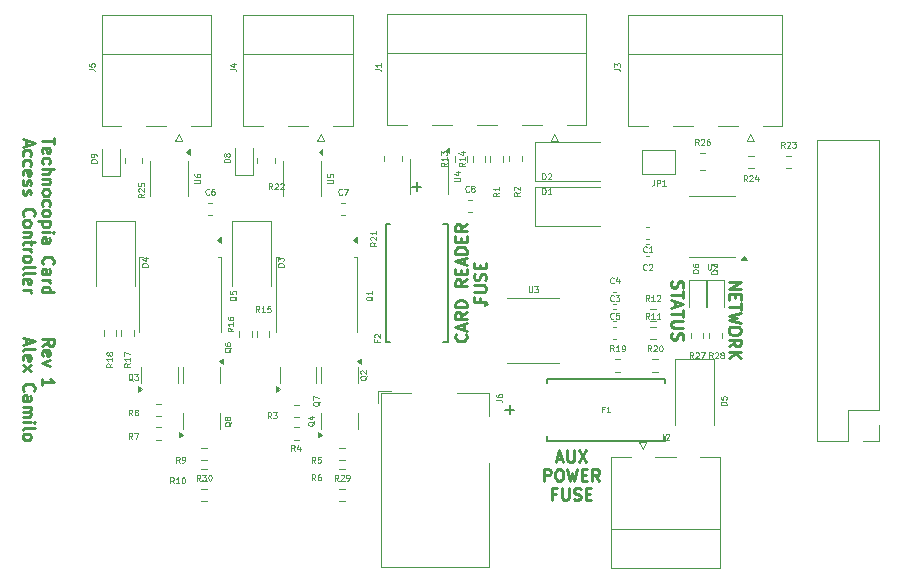
<source format=gbr>
%TF.GenerationSoftware,KiCad,Pcbnew,8.0.5*%
%TF.CreationDate,2024-11-23T14:45:08-05:00*%
%TF.ProjectId,wesp_card_access,77657370-5f63-4617-9264-5f6163636573,rev?*%
%TF.SameCoordinates,Original*%
%TF.FileFunction,Legend,Top*%
%TF.FilePolarity,Positive*%
%FSLAX46Y46*%
G04 Gerber Fmt 4.6, Leading zero omitted, Abs format (unit mm)*
G04 Created by KiCad (PCBNEW 8.0.5) date 2024-11-23 14:45:08*
%MOMM*%
%LPD*%
G01*
G04 APERTURE LIST*
%ADD10C,0.250000*%
%ADD11C,0.100000*%
%ADD12C,0.120000*%
%ADD13C,0.152400*%
G04 APERTURE END LIST*
D10*
X163415380Y-98662568D02*
X164415380Y-98662568D01*
X164415380Y-98662568D02*
X163415380Y-99233996D01*
X163415380Y-99233996D02*
X164415380Y-99233996D01*
X163939190Y-99710187D02*
X163939190Y-100043520D01*
X163415380Y-100186377D02*
X163415380Y-99710187D01*
X163415380Y-99710187D02*
X164415380Y-99710187D01*
X164415380Y-99710187D02*
X164415380Y-100186377D01*
X164415380Y-100472092D02*
X164415380Y-101043520D01*
X163415380Y-100757806D02*
X164415380Y-100757806D01*
X164415380Y-101281616D02*
X163415380Y-101519711D01*
X163415380Y-101519711D02*
X164129666Y-101710187D01*
X164129666Y-101710187D02*
X163415380Y-101900663D01*
X163415380Y-101900663D02*
X164415380Y-102138759D01*
X164415380Y-102710187D02*
X164415380Y-102900663D01*
X164415380Y-102900663D02*
X164367761Y-102995901D01*
X164367761Y-102995901D02*
X164272523Y-103091139D01*
X164272523Y-103091139D02*
X164082047Y-103138758D01*
X164082047Y-103138758D02*
X163748714Y-103138758D01*
X163748714Y-103138758D02*
X163558238Y-103091139D01*
X163558238Y-103091139D02*
X163463000Y-102995901D01*
X163463000Y-102995901D02*
X163415380Y-102900663D01*
X163415380Y-102900663D02*
X163415380Y-102710187D01*
X163415380Y-102710187D02*
X163463000Y-102614949D01*
X163463000Y-102614949D02*
X163558238Y-102519711D01*
X163558238Y-102519711D02*
X163748714Y-102472092D01*
X163748714Y-102472092D02*
X164082047Y-102472092D01*
X164082047Y-102472092D02*
X164272523Y-102519711D01*
X164272523Y-102519711D02*
X164367761Y-102614949D01*
X164367761Y-102614949D02*
X164415380Y-102710187D01*
X163415380Y-104138758D02*
X163891571Y-103805425D01*
X163415380Y-103567330D02*
X164415380Y-103567330D01*
X164415380Y-103567330D02*
X164415380Y-103948282D01*
X164415380Y-103948282D02*
X164367761Y-104043520D01*
X164367761Y-104043520D02*
X164320142Y-104091139D01*
X164320142Y-104091139D02*
X164224904Y-104138758D01*
X164224904Y-104138758D02*
X164082047Y-104138758D01*
X164082047Y-104138758D02*
X163986809Y-104091139D01*
X163986809Y-104091139D02*
X163939190Y-104043520D01*
X163939190Y-104043520D02*
X163891571Y-103948282D01*
X163891571Y-103948282D02*
X163891571Y-103567330D01*
X163415380Y-104567330D02*
X164415380Y-104567330D01*
X163415380Y-105138758D02*
X163986809Y-104710187D01*
X164415380Y-105138758D02*
X163843952Y-104567330D01*
X141159436Y-103083333D02*
X141207056Y-103130952D01*
X141207056Y-103130952D02*
X141254675Y-103273809D01*
X141254675Y-103273809D02*
X141254675Y-103369047D01*
X141254675Y-103369047D02*
X141207056Y-103511904D01*
X141207056Y-103511904D02*
X141111817Y-103607142D01*
X141111817Y-103607142D02*
X141016579Y-103654761D01*
X141016579Y-103654761D02*
X140826103Y-103702380D01*
X140826103Y-103702380D02*
X140683246Y-103702380D01*
X140683246Y-103702380D02*
X140492770Y-103654761D01*
X140492770Y-103654761D02*
X140397532Y-103607142D01*
X140397532Y-103607142D02*
X140302294Y-103511904D01*
X140302294Y-103511904D02*
X140254675Y-103369047D01*
X140254675Y-103369047D02*
X140254675Y-103273809D01*
X140254675Y-103273809D02*
X140302294Y-103130952D01*
X140302294Y-103130952D02*
X140349913Y-103083333D01*
X140968960Y-102702380D02*
X140968960Y-102226190D01*
X141254675Y-102797618D02*
X140254675Y-102464285D01*
X140254675Y-102464285D02*
X141254675Y-102130952D01*
X141254675Y-101226190D02*
X140778484Y-101559523D01*
X141254675Y-101797618D02*
X140254675Y-101797618D01*
X140254675Y-101797618D02*
X140254675Y-101416666D01*
X140254675Y-101416666D02*
X140302294Y-101321428D01*
X140302294Y-101321428D02*
X140349913Y-101273809D01*
X140349913Y-101273809D02*
X140445151Y-101226190D01*
X140445151Y-101226190D02*
X140588008Y-101226190D01*
X140588008Y-101226190D02*
X140683246Y-101273809D01*
X140683246Y-101273809D02*
X140730865Y-101321428D01*
X140730865Y-101321428D02*
X140778484Y-101416666D01*
X140778484Y-101416666D02*
X140778484Y-101797618D01*
X141254675Y-100797618D02*
X140254675Y-100797618D01*
X140254675Y-100797618D02*
X140254675Y-100559523D01*
X140254675Y-100559523D02*
X140302294Y-100416666D01*
X140302294Y-100416666D02*
X140397532Y-100321428D01*
X140397532Y-100321428D02*
X140492770Y-100273809D01*
X140492770Y-100273809D02*
X140683246Y-100226190D01*
X140683246Y-100226190D02*
X140826103Y-100226190D01*
X140826103Y-100226190D02*
X141016579Y-100273809D01*
X141016579Y-100273809D02*
X141111817Y-100321428D01*
X141111817Y-100321428D02*
X141207056Y-100416666D01*
X141207056Y-100416666D02*
X141254675Y-100559523D01*
X141254675Y-100559523D02*
X141254675Y-100797618D01*
X141254675Y-98464285D02*
X140778484Y-98797618D01*
X141254675Y-99035713D02*
X140254675Y-99035713D01*
X140254675Y-99035713D02*
X140254675Y-98654761D01*
X140254675Y-98654761D02*
X140302294Y-98559523D01*
X140302294Y-98559523D02*
X140349913Y-98511904D01*
X140349913Y-98511904D02*
X140445151Y-98464285D01*
X140445151Y-98464285D02*
X140588008Y-98464285D01*
X140588008Y-98464285D02*
X140683246Y-98511904D01*
X140683246Y-98511904D02*
X140730865Y-98559523D01*
X140730865Y-98559523D02*
X140778484Y-98654761D01*
X140778484Y-98654761D02*
X140778484Y-99035713D01*
X140730865Y-98035713D02*
X140730865Y-97702380D01*
X141254675Y-97559523D02*
X141254675Y-98035713D01*
X141254675Y-98035713D02*
X140254675Y-98035713D01*
X140254675Y-98035713D02*
X140254675Y-97559523D01*
X140968960Y-97178570D02*
X140968960Y-96702380D01*
X141254675Y-97273808D02*
X140254675Y-96940475D01*
X140254675Y-96940475D02*
X141254675Y-96607142D01*
X141254675Y-96273808D02*
X140254675Y-96273808D01*
X140254675Y-96273808D02*
X140254675Y-96035713D01*
X140254675Y-96035713D02*
X140302294Y-95892856D01*
X140302294Y-95892856D02*
X140397532Y-95797618D01*
X140397532Y-95797618D02*
X140492770Y-95749999D01*
X140492770Y-95749999D02*
X140683246Y-95702380D01*
X140683246Y-95702380D02*
X140826103Y-95702380D01*
X140826103Y-95702380D02*
X141016579Y-95749999D01*
X141016579Y-95749999D02*
X141111817Y-95797618D01*
X141111817Y-95797618D02*
X141207056Y-95892856D01*
X141207056Y-95892856D02*
X141254675Y-96035713D01*
X141254675Y-96035713D02*
X141254675Y-96273808D01*
X140730865Y-95273808D02*
X140730865Y-94940475D01*
X141254675Y-94797618D02*
X141254675Y-95273808D01*
X141254675Y-95273808D02*
X140254675Y-95273808D01*
X140254675Y-95273808D02*
X140254675Y-94797618D01*
X141254675Y-93797618D02*
X140778484Y-94130951D01*
X141254675Y-94369046D02*
X140254675Y-94369046D01*
X140254675Y-94369046D02*
X140254675Y-93988094D01*
X140254675Y-93988094D02*
X140302294Y-93892856D01*
X140302294Y-93892856D02*
X140349913Y-93845237D01*
X140349913Y-93845237D02*
X140445151Y-93797618D01*
X140445151Y-93797618D02*
X140588008Y-93797618D01*
X140588008Y-93797618D02*
X140683246Y-93845237D01*
X140683246Y-93845237D02*
X140730865Y-93892856D01*
X140730865Y-93892856D02*
X140778484Y-93988094D01*
X140778484Y-93988094D02*
X140778484Y-94369046D01*
X142340809Y-100059523D02*
X142340809Y-100392856D01*
X142864619Y-100392856D02*
X141864619Y-100392856D01*
X141864619Y-100392856D02*
X141864619Y-99916666D01*
X141864619Y-99535713D02*
X142674142Y-99535713D01*
X142674142Y-99535713D02*
X142769380Y-99488094D01*
X142769380Y-99488094D02*
X142817000Y-99440475D01*
X142817000Y-99440475D02*
X142864619Y-99345237D01*
X142864619Y-99345237D02*
X142864619Y-99154761D01*
X142864619Y-99154761D02*
X142817000Y-99059523D01*
X142817000Y-99059523D02*
X142769380Y-99011904D01*
X142769380Y-99011904D02*
X142674142Y-98964285D01*
X142674142Y-98964285D02*
X141864619Y-98964285D01*
X142817000Y-98535713D02*
X142864619Y-98392856D01*
X142864619Y-98392856D02*
X142864619Y-98154761D01*
X142864619Y-98154761D02*
X142817000Y-98059523D01*
X142817000Y-98059523D02*
X142769380Y-98011904D01*
X142769380Y-98011904D02*
X142674142Y-97964285D01*
X142674142Y-97964285D02*
X142578904Y-97964285D01*
X142578904Y-97964285D02*
X142483666Y-98011904D01*
X142483666Y-98011904D02*
X142436047Y-98059523D01*
X142436047Y-98059523D02*
X142388428Y-98154761D01*
X142388428Y-98154761D02*
X142340809Y-98345237D01*
X142340809Y-98345237D02*
X142293190Y-98440475D01*
X142293190Y-98440475D02*
X142245571Y-98488094D01*
X142245571Y-98488094D02*
X142150333Y-98535713D01*
X142150333Y-98535713D02*
X142055095Y-98535713D01*
X142055095Y-98535713D02*
X141959857Y-98488094D01*
X141959857Y-98488094D02*
X141912238Y-98440475D01*
X141912238Y-98440475D02*
X141864619Y-98345237D01*
X141864619Y-98345237D02*
X141864619Y-98107142D01*
X141864619Y-98107142D02*
X141912238Y-97964285D01*
X142340809Y-97535713D02*
X142340809Y-97202380D01*
X142864619Y-97059523D02*
X142864619Y-97535713D01*
X142864619Y-97535713D02*
X141864619Y-97535713D01*
X141864619Y-97535713D02*
X141864619Y-97059523D01*
X148841905Y-113629016D02*
X149318095Y-113629016D01*
X148746667Y-113914731D02*
X149080000Y-112914731D01*
X149080000Y-112914731D02*
X149413333Y-113914731D01*
X149746667Y-112914731D02*
X149746667Y-113724254D01*
X149746667Y-113724254D02*
X149794286Y-113819492D01*
X149794286Y-113819492D02*
X149841905Y-113867112D01*
X149841905Y-113867112D02*
X149937143Y-113914731D01*
X149937143Y-113914731D02*
X150127619Y-113914731D01*
X150127619Y-113914731D02*
X150222857Y-113867112D01*
X150222857Y-113867112D02*
X150270476Y-113819492D01*
X150270476Y-113819492D02*
X150318095Y-113724254D01*
X150318095Y-113724254D02*
X150318095Y-112914731D01*
X150699048Y-112914731D02*
X151365714Y-113914731D01*
X151365714Y-112914731D02*
X150699048Y-113914731D01*
X147770476Y-115524675D02*
X147770476Y-114524675D01*
X147770476Y-114524675D02*
X148151428Y-114524675D01*
X148151428Y-114524675D02*
X148246666Y-114572294D01*
X148246666Y-114572294D02*
X148294285Y-114619913D01*
X148294285Y-114619913D02*
X148341904Y-114715151D01*
X148341904Y-114715151D02*
X148341904Y-114858008D01*
X148341904Y-114858008D02*
X148294285Y-114953246D01*
X148294285Y-114953246D02*
X148246666Y-115000865D01*
X148246666Y-115000865D02*
X148151428Y-115048484D01*
X148151428Y-115048484D02*
X147770476Y-115048484D01*
X148960952Y-114524675D02*
X149151428Y-114524675D01*
X149151428Y-114524675D02*
X149246666Y-114572294D01*
X149246666Y-114572294D02*
X149341904Y-114667532D01*
X149341904Y-114667532D02*
X149389523Y-114858008D01*
X149389523Y-114858008D02*
X149389523Y-115191341D01*
X149389523Y-115191341D02*
X149341904Y-115381817D01*
X149341904Y-115381817D02*
X149246666Y-115477056D01*
X149246666Y-115477056D02*
X149151428Y-115524675D01*
X149151428Y-115524675D02*
X148960952Y-115524675D01*
X148960952Y-115524675D02*
X148865714Y-115477056D01*
X148865714Y-115477056D02*
X148770476Y-115381817D01*
X148770476Y-115381817D02*
X148722857Y-115191341D01*
X148722857Y-115191341D02*
X148722857Y-114858008D01*
X148722857Y-114858008D02*
X148770476Y-114667532D01*
X148770476Y-114667532D02*
X148865714Y-114572294D01*
X148865714Y-114572294D02*
X148960952Y-114524675D01*
X149722857Y-114524675D02*
X149960952Y-115524675D01*
X149960952Y-115524675D02*
X150151428Y-114810389D01*
X150151428Y-114810389D02*
X150341904Y-115524675D01*
X150341904Y-115524675D02*
X150580000Y-114524675D01*
X150960952Y-115000865D02*
X151294285Y-115000865D01*
X151437142Y-115524675D02*
X150960952Y-115524675D01*
X150960952Y-115524675D02*
X150960952Y-114524675D01*
X150960952Y-114524675D02*
X151437142Y-114524675D01*
X152437142Y-115524675D02*
X152103809Y-115048484D01*
X151865714Y-115524675D02*
X151865714Y-114524675D01*
X151865714Y-114524675D02*
X152246666Y-114524675D01*
X152246666Y-114524675D02*
X152341904Y-114572294D01*
X152341904Y-114572294D02*
X152389523Y-114619913D01*
X152389523Y-114619913D02*
X152437142Y-114715151D01*
X152437142Y-114715151D02*
X152437142Y-114858008D01*
X152437142Y-114858008D02*
X152389523Y-114953246D01*
X152389523Y-114953246D02*
X152341904Y-115000865D01*
X152341904Y-115000865D02*
X152246666Y-115048484D01*
X152246666Y-115048484D02*
X151865714Y-115048484D01*
X148770476Y-116610809D02*
X148437143Y-116610809D01*
X148437143Y-117134619D02*
X148437143Y-116134619D01*
X148437143Y-116134619D02*
X148913333Y-116134619D01*
X149294286Y-116134619D02*
X149294286Y-116944142D01*
X149294286Y-116944142D02*
X149341905Y-117039380D01*
X149341905Y-117039380D02*
X149389524Y-117087000D01*
X149389524Y-117087000D02*
X149484762Y-117134619D01*
X149484762Y-117134619D02*
X149675238Y-117134619D01*
X149675238Y-117134619D02*
X149770476Y-117087000D01*
X149770476Y-117087000D02*
X149818095Y-117039380D01*
X149818095Y-117039380D02*
X149865714Y-116944142D01*
X149865714Y-116944142D02*
X149865714Y-116134619D01*
X150294286Y-117087000D02*
X150437143Y-117134619D01*
X150437143Y-117134619D02*
X150675238Y-117134619D01*
X150675238Y-117134619D02*
X150770476Y-117087000D01*
X150770476Y-117087000D02*
X150818095Y-117039380D01*
X150818095Y-117039380D02*
X150865714Y-116944142D01*
X150865714Y-116944142D02*
X150865714Y-116848904D01*
X150865714Y-116848904D02*
X150818095Y-116753666D01*
X150818095Y-116753666D02*
X150770476Y-116706047D01*
X150770476Y-116706047D02*
X150675238Y-116658428D01*
X150675238Y-116658428D02*
X150484762Y-116610809D01*
X150484762Y-116610809D02*
X150389524Y-116563190D01*
X150389524Y-116563190D02*
X150341905Y-116515571D01*
X150341905Y-116515571D02*
X150294286Y-116420333D01*
X150294286Y-116420333D02*
X150294286Y-116325095D01*
X150294286Y-116325095D02*
X150341905Y-116229857D01*
X150341905Y-116229857D02*
X150389524Y-116182238D01*
X150389524Y-116182238D02*
X150484762Y-116134619D01*
X150484762Y-116134619D02*
X150722857Y-116134619D01*
X150722857Y-116134619D02*
X150865714Y-116182238D01*
X151294286Y-116610809D02*
X151627619Y-116610809D01*
X151770476Y-117134619D02*
X151294286Y-117134619D01*
X151294286Y-117134619D02*
X151294286Y-116134619D01*
X151294286Y-116134619D02*
X151770476Y-116134619D01*
X158613000Y-98614949D02*
X158565380Y-98757806D01*
X158565380Y-98757806D02*
X158565380Y-98995901D01*
X158565380Y-98995901D02*
X158613000Y-99091139D01*
X158613000Y-99091139D02*
X158660619Y-99138758D01*
X158660619Y-99138758D02*
X158755857Y-99186377D01*
X158755857Y-99186377D02*
X158851095Y-99186377D01*
X158851095Y-99186377D02*
X158946333Y-99138758D01*
X158946333Y-99138758D02*
X158993952Y-99091139D01*
X158993952Y-99091139D02*
X159041571Y-98995901D01*
X159041571Y-98995901D02*
X159089190Y-98805425D01*
X159089190Y-98805425D02*
X159136809Y-98710187D01*
X159136809Y-98710187D02*
X159184428Y-98662568D01*
X159184428Y-98662568D02*
X159279666Y-98614949D01*
X159279666Y-98614949D02*
X159374904Y-98614949D01*
X159374904Y-98614949D02*
X159470142Y-98662568D01*
X159470142Y-98662568D02*
X159517761Y-98710187D01*
X159517761Y-98710187D02*
X159565380Y-98805425D01*
X159565380Y-98805425D02*
X159565380Y-99043520D01*
X159565380Y-99043520D02*
X159517761Y-99186377D01*
X159565380Y-99472092D02*
X159565380Y-100043520D01*
X158565380Y-99757806D02*
X159565380Y-99757806D01*
X158851095Y-100329235D02*
X158851095Y-100805425D01*
X158565380Y-100233997D02*
X159565380Y-100567330D01*
X159565380Y-100567330D02*
X158565380Y-100900663D01*
X159565380Y-101091140D02*
X159565380Y-101662568D01*
X158565380Y-101376854D02*
X159565380Y-101376854D01*
X159565380Y-101995902D02*
X158755857Y-101995902D01*
X158755857Y-101995902D02*
X158660619Y-102043521D01*
X158660619Y-102043521D02*
X158613000Y-102091140D01*
X158613000Y-102091140D02*
X158565380Y-102186378D01*
X158565380Y-102186378D02*
X158565380Y-102376854D01*
X158565380Y-102376854D02*
X158613000Y-102472092D01*
X158613000Y-102472092D02*
X158660619Y-102519711D01*
X158660619Y-102519711D02*
X158755857Y-102567330D01*
X158755857Y-102567330D02*
X159565380Y-102567330D01*
X158613000Y-102995902D02*
X158565380Y-103138759D01*
X158565380Y-103138759D02*
X158565380Y-103376854D01*
X158565380Y-103376854D02*
X158613000Y-103472092D01*
X158613000Y-103472092D02*
X158660619Y-103519711D01*
X158660619Y-103519711D02*
X158755857Y-103567330D01*
X158755857Y-103567330D02*
X158851095Y-103567330D01*
X158851095Y-103567330D02*
X158946333Y-103519711D01*
X158946333Y-103519711D02*
X158993952Y-103472092D01*
X158993952Y-103472092D02*
X159041571Y-103376854D01*
X159041571Y-103376854D02*
X159089190Y-103186378D01*
X159089190Y-103186378D02*
X159136809Y-103091140D01*
X159136809Y-103091140D02*
X159184428Y-103043521D01*
X159184428Y-103043521D02*
X159279666Y-102995902D01*
X159279666Y-102995902D02*
X159374904Y-102995902D01*
X159374904Y-102995902D02*
X159470142Y-103043521D01*
X159470142Y-103043521D02*
X159517761Y-103091140D01*
X159517761Y-103091140D02*
X159565380Y-103186378D01*
X159565380Y-103186378D02*
X159565380Y-103424473D01*
X159565380Y-103424473D02*
X159517761Y-103567330D01*
X105265324Y-104093996D02*
X105741515Y-103760663D01*
X105265324Y-103522568D02*
X106265324Y-103522568D01*
X106265324Y-103522568D02*
X106265324Y-103903520D01*
X106265324Y-103903520D02*
X106217705Y-103998758D01*
X106217705Y-103998758D02*
X106170086Y-104046377D01*
X106170086Y-104046377D02*
X106074848Y-104093996D01*
X106074848Y-104093996D02*
X105931991Y-104093996D01*
X105931991Y-104093996D02*
X105836753Y-104046377D01*
X105836753Y-104046377D02*
X105789134Y-103998758D01*
X105789134Y-103998758D02*
X105741515Y-103903520D01*
X105741515Y-103903520D02*
X105741515Y-103522568D01*
X105312944Y-104903520D02*
X105265324Y-104808282D01*
X105265324Y-104808282D02*
X105265324Y-104617806D01*
X105265324Y-104617806D02*
X105312944Y-104522568D01*
X105312944Y-104522568D02*
X105408182Y-104474949D01*
X105408182Y-104474949D02*
X105789134Y-104474949D01*
X105789134Y-104474949D02*
X105884372Y-104522568D01*
X105884372Y-104522568D02*
X105931991Y-104617806D01*
X105931991Y-104617806D02*
X105931991Y-104808282D01*
X105931991Y-104808282D02*
X105884372Y-104903520D01*
X105884372Y-104903520D02*
X105789134Y-104951139D01*
X105789134Y-104951139D02*
X105693896Y-104951139D01*
X105693896Y-104951139D02*
X105598658Y-104474949D01*
X105931991Y-105284473D02*
X105265324Y-105522568D01*
X105265324Y-105522568D02*
X105931991Y-105760663D01*
X105265324Y-107427330D02*
X105265324Y-106855902D01*
X105265324Y-107141616D02*
X106265324Y-107141616D01*
X106265324Y-107141616D02*
X106122467Y-107046378D01*
X106122467Y-107046378D02*
X106027229Y-106951140D01*
X106027229Y-106951140D02*
X105979610Y-106855902D01*
X103941095Y-103474949D02*
X103941095Y-103951139D01*
X103655380Y-103379711D02*
X104655380Y-103713044D01*
X104655380Y-103713044D02*
X103655380Y-104046377D01*
X103655380Y-104522568D02*
X103703000Y-104427330D01*
X103703000Y-104427330D02*
X103798238Y-104379711D01*
X103798238Y-104379711D02*
X104655380Y-104379711D01*
X103703000Y-105284473D02*
X103655380Y-105189235D01*
X103655380Y-105189235D02*
X103655380Y-104998759D01*
X103655380Y-104998759D02*
X103703000Y-104903521D01*
X103703000Y-104903521D02*
X103798238Y-104855902D01*
X103798238Y-104855902D02*
X104179190Y-104855902D01*
X104179190Y-104855902D02*
X104274428Y-104903521D01*
X104274428Y-104903521D02*
X104322047Y-104998759D01*
X104322047Y-104998759D02*
X104322047Y-105189235D01*
X104322047Y-105189235D02*
X104274428Y-105284473D01*
X104274428Y-105284473D02*
X104179190Y-105332092D01*
X104179190Y-105332092D02*
X104083952Y-105332092D01*
X104083952Y-105332092D02*
X103988714Y-104855902D01*
X103655380Y-105665426D02*
X104322047Y-106189235D01*
X104322047Y-105665426D02*
X103655380Y-106189235D01*
X103750619Y-107903521D02*
X103703000Y-107855902D01*
X103703000Y-107855902D02*
X103655380Y-107713045D01*
X103655380Y-107713045D02*
X103655380Y-107617807D01*
X103655380Y-107617807D02*
X103703000Y-107474950D01*
X103703000Y-107474950D02*
X103798238Y-107379712D01*
X103798238Y-107379712D02*
X103893476Y-107332093D01*
X103893476Y-107332093D02*
X104083952Y-107284474D01*
X104083952Y-107284474D02*
X104226809Y-107284474D01*
X104226809Y-107284474D02*
X104417285Y-107332093D01*
X104417285Y-107332093D02*
X104512523Y-107379712D01*
X104512523Y-107379712D02*
X104607761Y-107474950D01*
X104607761Y-107474950D02*
X104655380Y-107617807D01*
X104655380Y-107617807D02*
X104655380Y-107713045D01*
X104655380Y-107713045D02*
X104607761Y-107855902D01*
X104607761Y-107855902D02*
X104560142Y-107903521D01*
X103655380Y-108760664D02*
X104179190Y-108760664D01*
X104179190Y-108760664D02*
X104274428Y-108713045D01*
X104274428Y-108713045D02*
X104322047Y-108617807D01*
X104322047Y-108617807D02*
X104322047Y-108427331D01*
X104322047Y-108427331D02*
X104274428Y-108332093D01*
X103703000Y-108760664D02*
X103655380Y-108665426D01*
X103655380Y-108665426D02*
X103655380Y-108427331D01*
X103655380Y-108427331D02*
X103703000Y-108332093D01*
X103703000Y-108332093D02*
X103798238Y-108284474D01*
X103798238Y-108284474D02*
X103893476Y-108284474D01*
X103893476Y-108284474D02*
X103988714Y-108332093D01*
X103988714Y-108332093D02*
X104036333Y-108427331D01*
X104036333Y-108427331D02*
X104036333Y-108665426D01*
X104036333Y-108665426D02*
X104083952Y-108760664D01*
X103655380Y-109236855D02*
X104322047Y-109236855D01*
X104226809Y-109236855D02*
X104274428Y-109284474D01*
X104274428Y-109284474D02*
X104322047Y-109379712D01*
X104322047Y-109379712D02*
X104322047Y-109522569D01*
X104322047Y-109522569D02*
X104274428Y-109617807D01*
X104274428Y-109617807D02*
X104179190Y-109665426D01*
X104179190Y-109665426D02*
X103655380Y-109665426D01*
X104179190Y-109665426D02*
X104274428Y-109713045D01*
X104274428Y-109713045D02*
X104322047Y-109808283D01*
X104322047Y-109808283D02*
X104322047Y-109951140D01*
X104322047Y-109951140D02*
X104274428Y-110046379D01*
X104274428Y-110046379D02*
X104179190Y-110093998D01*
X104179190Y-110093998D02*
X103655380Y-110093998D01*
X103655380Y-110570188D02*
X104322047Y-110570188D01*
X104655380Y-110570188D02*
X104607761Y-110522569D01*
X104607761Y-110522569D02*
X104560142Y-110570188D01*
X104560142Y-110570188D02*
X104607761Y-110617807D01*
X104607761Y-110617807D02*
X104655380Y-110570188D01*
X104655380Y-110570188D02*
X104560142Y-110570188D01*
X103655380Y-111189235D02*
X103703000Y-111093997D01*
X103703000Y-111093997D02*
X103798238Y-111046378D01*
X103798238Y-111046378D02*
X104655380Y-111046378D01*
X103655380Y-111713045D02*
X103703000Y-111617807D01*
X103703000Y-111617807D02*
X103750619Y-111570188D01*
X103750619Y-111570188D02*
X103845857Y-111522569D01*
X103845857Y-111522569D02*
X104131571Y-111522569D01*
X104131571Y-111522569D02*
X104226809Y-111570188D01*
X104226809Y-111570188D02*
X104274428Y-111617807D01*
X104274428Y-111617807D02*
X104322047Y-111713045D01*
X104322047Y-111713045D02*
X104322047Y-111855902D01*
X104322047Y-111855902D02*
X104274428Y-111951140D01*
X104274428Y-111951140D02*
X104226809Y-111998759D01*
X104226809Y-111998759D02*
X104131571Y-112046378D01*
X104131571Y-112046378D02*
X103845857Y-112046378D01*
X103845857Y-112046378D02*
X103750619Y-111998759D01*
X103750619Y-111998759D02*
X103703000Y-111951140D01*
X103703000Y-111951140D02*
X103655380Y-111855902D01*
X103655380Y-111855902D02*
X103655380Y-111713045D01*
X106265324Y-86460952D02*
X106265324Y-87032380D01*
X105265324Y-86746666D02*
X106265324Y-86746666D01*
X105312944Y-87746666D02*
X105265324Y-87651428D01*
X105265324Y-87651428D02*
X105265324Y-87460952D01*
X105265324Y-87460952D02*
X105312944Y-87365714D01*
X105312944Y-87365714D02*
X105408182Y-87318095D01*
X105408182Y-87318095D02*
X105789134Y-87318095D01*
X105789134Y-87318095D02*
X105884372Y-87365714D01*
X105884372Y-87365714D02*
X105931991Y-87460952D01*
X105931991Y-87460952D02*
X105931991Y-87651428D01*
X105931991Y-87651428D02*
X105884372Y-87746666D01*
X105884372Y-87746666D02*
X105789134Y-87794285D01*
X105789134Y-87794285D02*
X105693896Y-87794285D01*
X105693896Y-87794285D02*
X105598658Y-87318095D01*
X105312944Y-88651428D02*
X105265324Y-88556190D01*
X105265324Y-88556190D02*
X105265324Y-88365714D01*
X105265324Y-88365714D02*
X105312944Y-88270476D01*
X105312944Y-88270476D02*
X105360563Y-88222857D01*
X105360563Y-88222857D02*
X105455801Y-88175238D01*
X105455801Y-88175238D02*
X105741515Y-88175238D01*
X105741515Y-88175238D02*
X105836753Y-88222857D01*
X105836753Y-88222857D02*
X105884372Y-88270476D01*
X105884372Y-88270476D02*
X105931991Y-88365714D01*
X105931991Y-88365714D02*
X105931991Y-88556190D01*
X105931991Y-88556190D02*
X105884372Y-88651428D01*
X105265324Y-89080000D02*
X106265324Y-89080000D01*
X105265324Y-89508571D02*
X105789134Y-89508571D01*
X105789134Y-89508571D02*
X105884372Y-89460952D01*
X105884372Y-89460952D02*
X105931991Y-89365714D01*
X105931991Y-89365714D02*
X105931991Y-89222857D01*
X105931991Y-89222857D02*
X105884372Y-89127619D01*
X105884372Y-89127619D02*
X105836753Y-89080000D01*
X105931991Y-89984762D02*
X105265324Y-89984762D01*
X105836753Y-89984762D02*
X105884372Y-90032381D01*
X105884372Y-90032381D02*
X105931991Y-90127619D01*
X105931991Y-90127619D02*
X105931991Y-90270476D01*
X105931991Y-90270476D02*
X105884372Y-90365714D01*
X105884372Y-90365714D02*
X105789134Y-90413333D01*
X105789134Y-90413333D02*
X105265324Y-90413333D01*
X105265324Y-91032381D02*
X105312944Y-90937143D01*
X105312944Y-90937143D02*
X105360563Y-90889524D01*
X105360563Y-90889524D02*
X105455801Y-90841905D01*
X105455801Y-90841905D02*
X105741515Y-90841905D01*
X105741515Y-90841905D02*
X105836753Y-90889524D01*
X105836753Y-90889524D02*
X105884372Y-90937143D01*
X105884372Y-90937143D02*
X105931991Y-91032381D01*
X105931991Y-91032381D02*
X105931991Y-91175238D01*
X105931991Y-91175238D02*
X105884372Y-91270476D01*
X105884372Y-91270476D02*
X105836753Y-91318095D01*
X105836753Y-91318095D02*
X105741515Y-91365714D01*
X105741515Y-91365714D02*
X105455801Y-91365714D01*
X105455801Y-91365714D02*
X105360563Y-91318095D01*
X105360563Y-91318095D02*
X105312944Y-91270476D01*
X105312944Y-91270476D02*
X105265324Y-91175238D01*
X105265324Y-91175238D02*
X105265324Y-91032381D01*
X105312944Y-92222857D02*
X105265324Y-92127619D01*
X105265324Y-92127619D02*
X105265324Y-91937143D01*
X105265324Y-91937143D02*
X105312944Y-91841905D01*
X105312944Y-91841905D02*
X105360563Y-91794286D01*
X105360563Y-91794286D02*
X105455801Y-91746667D01*
X105455801Y-91746667D02*
X105741515Y-91746667D01*
X105741515Y-91746667D02*
X105836753Y-91794286D01*
X105836753Y-91794286D02*
X105884372Y-91841905D01*
X105884372Y-91841905D02*
X105931991Y-91937143D01*
X105931991Y-91937143D02*
X105931991Y-92127619D01*
X105931991Y-92127619D02*
X105884372Y-92222857D01*
X105265324Y-92794286D02*
X105312944Y-92699048D01*
X105312944Y-92699048D02*
X105360563Y-92651429D01*
X105360563Y-92651429D02*
X105455801Y-92603810D01*
X105455801Y-92603810D02*
X105741515Y-92603810D01*
X105741515Y-92603810D02*
X105836753Y-92651429D01*
X105836753Y-92651429D02*
X105884372Y-92699048D01*
X105884372Y-92699048D02*
X105931991Y-92794286D01*
X105931991Y-92794286D02*
X105931991Y-92937143D01*
X105931991Y-92937143D02*
X105884372Y-93032381D01*
X105884372Y-93032381D02*
X105836753Y-93080000D01*
X105836753Y-93080000D02*
X105741515Y-93127619D01*
X105741515Y-93127619D02*
X105455801Y-93127619D01*
X105455801Y-93127619D02*
X105360563Y-93080000D01*
X105360563Y-93080000D02*
X105312944Y-93032381D01*
X105312944Y-93032381D02*
X105265324Y-92937143D01*
X105265324Y-92937143D02*
X105265324Y-92794286D01*
X105931991Y-93556191D02*
X104931991Y-93556191D01*
X105884372Y-93556191D02*
X105931991Y-93651429D01*
X105931991Y-93651429D02*
X105931991Y-93841905D01*
X105931991Y-93841905D02*
X105884372Y-93937143D01*
X105884372Y-93937143D02*
X105836753Y-93984762D01*
X105836753Y-93984762D02*
X105741515Y-94032381D01*
X105741515Y-94032381D02*
X105455801Y-94032381D01*
X105455801Y-94032381D02*
X105360563Y-93984762D01*
X105360563Y-93984762D02*
X105312944Y-93937143D01*
X105312944Y-93937143D02*
X105265324Y-93841905D01*
X105265324Y-93841905D02*
X105265324Y-93651429D01*
X105265324Y-93651429D02*
X105312944Y-93556191D01*
X105265324Y-94460953D02*
X105931991Y-94460953D01*
X106265324Y-94460953D02*
X106217705Y-94413334D01*
X106217705Y-94413334D02*
X106170086Y-94460953D01*
X106170086Y-94460953D02*
X106217705Y-94508572D01*
X106217705Y-94508572D02*
X106265324Y-94460953D01*
X106265324Y-94460953D02*
X106170086Y-94460953D01*
X105265324Y-95365714D02*
X105789134Y-95365714D01*
X105789134Y-95365714D02*
X105884372Y-95318095D01*
X105884372Y-95318095D02*
X105931991Y-95222857D01*
X105931991Y-95222857D02*
X105931991Y-95032381D01*
X105931991Y-95032381D02*
X105884372Y-94937143D01*
X105312944Y-95365714D02*
X105265324Y-95270476D01*
X105265324Y-95270476D02*
X105265324Y-95032381D01*
X105265324Y-95032381D02*
X105312944Y-94937143D01*
X105312944Y-94937143D02*
X105408182Y-94889524D01*
X105408182Y-94889524D02*
X105503420Y-94889524D01*
X105503420Y-94889524D02*
X105598658Y-94937143D01*
X105598658Y-94937143D02*
X105646277Y-95032381D01*
X105646277Y-95032381D02*
X105646277Y-95270476D01*
X105646277Y-95270476D02*
X105693896Y-95365714D01*
X105360563Y-97175238D02*
X105312944Y-97127619D01*
X105312944Y-97127619D02*
X105265324Y-96984762D01*
X105265324Y-96984762D02*
X105265324Y-96889524D01*
X105265324Y-96889524D02*
X105312944Y-96746667D01*
X105312944Y-96746667D02*
X105408182Y-96651429D01*
X105408182Y-96651429D02*
X105503420Y-96603810D01*
X105503420Y-96603810D02*
X105693896Y-96556191D01*
X105693896Y-96556191D02*
X105836753Y-96556191D01*
X105836753Y-96556191D02*
X106027229Y-96603810D01*
X106027229Y-96603810D02*
X106122467Y-96651429D01*
X106122467Y-96651429D02*
X106217705Y-96746667D01*
X106217705Y-96746667D02*
X106265324Y-96889524D01*
X106265324Y-96889524D02*
X106265324Y-96984762D01*
X106265324Y-96984762D02*
X106217705Y-97127619D01*
X106217705Y-97127619D02*
X106170086Y-97175238D01*
X105265324Y-98032381D02*
X105789134Y-98032381D01*
X105789134Y-98032381D02*
X105884372Y-97984762D01*
X105884372Y-97984762D02*
X105931991Y-97889524D01*
X105931991Y-97889524D02*
X105931991Y-97699048D01*
X105931991Y-97699048D02*
X105884372Y-97603810D01*
X105312944Y-98032381D02*
X105265324Y-97937143D01*
X105265324Y-97937143D02*
X105265324Y-97699048D01*
X105265324Y-97699048D02*
X105312944Y-97603810D01*
X105312944Y-97603810D02*
X105408182Y-97556191D01*
X105408182Y-97556191D02*
X105503420Y-97556191D01*
X105503420Y-97556191D02*
X105598658Y-97603810D01*
X105598658Y-97603810D02*
X105646277Y-97699048D01*
X105646277Y-97699048D02*
X105646277Y-97937143D01*
X105646277Y-97937143D02*
X105693896Y-98032381D01*
X105265324Y-98508572D02*
X105931991Y-98508572D01*
X105741515Y-98508572D02*
X105836753Y-98556191D01*
X105836753Y-98556191D02*
X105884372Y-98603810D01*
X105884372Y-98603810D02*
X105931991Y-98699048D01*
X105931991Y-98699048D02*
X105931991Y-98794286D01*
X105265324Y-99556191D02*
X106265324Y-99556191D01*
X105312944Y-99556191D02*
X105265324Y-99460953D01*
X105265324Y-99460953D02*
X105265324Y-99270477D01*
X105265324Y-99270477D02*
X105312944Y-99175239D01*
X105312944Y-99175239D02*
X105360563Y-99127620D01*
X105360563Y-99127620D02*
X105455801Y-99080001D01*
X105455801Y-99080001D02*
X105741515Y-99080001D01*
X105741515Y-99080001D02*
X105836753Y-99127620D01*
X105836753Y-99127620D02*
X105884372Y-99175239D01*
X105884372Y-99175239D02*
X105931991Y-99270477D01*
X105931991Y-99270477D02*
X105931991Y-99460953D01*
X105931991Y-99460953D02*
X105884372Y-99556191D01*
X103941095Y-86651427D02*
X103941095Y-87127617D01*
X103655380Y-86556189D02*
X104655380Y-86889522D01*
X104655380Y-86889522D02*
X103655380Y-87222855D01*
X103703000Y-87984760D02*
X103655380Y-87889522D01*
X103655380Y-87889522D02*
X103655380Y-87699046D01*
X103655380Y-87699046D02*
X103703000Y-87603808D01*
X103703000Y-87603808D02*
X103750619Y-87556189D01*
X103750619Y-87556189D02*
X103845857Y-87508570D01*
X103845857Y-87508570D02*
X104131571Y-87508570D01*
X104131571Y-87508570D02*
X104226809Y-87556189D01*
X104226809Y-87556189D02*
X104274428Y-87603808D01*
X104274428Y-87603808D02*
X104322047Y-87699046D01*
X104322047Y-87699046D02*
X104322047Y-87889522D01*
X104322047Y-87889522D02*
X104274428Y-87984760D01*
X103703000Y-88841903D02*
X103655380Y-88746665D01*
X103655380Y-88746665D02*
X103655380Y-88556189D01*
X103655380Y-88556189D02*
X103703000Y-88460951D01*
X103703000Y-88460951D02*
X103750619Y-88413332D01*
X103750619Y-88413332D02*
X103845857Y-88365713D01*
X103845857Y-88365713D02*
X104131571Y-88365713D01*
X104131571Y-88365713D02*
X104226809Y-88413332D01*
X104226809Y-88413332D02*
X104274428Y-88460951D01*
X104274428Y-88460951D02*
X104322047Y-88556189D01*
X104322047Y-88556189D02*
X104322047Y-88746665D01*
X104322047Y-88746665D02*
X104274428Y-88841903D01*
X103703000Y-89651427D02*
X103655380Y-89556189D01*
X103655380Y-89556189D02*
X103655380Y-89365713D01*
X103655380Y-89365713D02*
X103703000Y-89270475D01*
X103703000Y-89270475D02*
X103798238Y-89222856D01*
X103798238Y-89222856D02*
X104179190Y-89222856D01*
X104179190Y-89222856D02*
X104274428Y-89270475D01*
X104274428Y-89270475D02*
X104322047Y-89365713D01*
X104322047Y-89365713D02*
X104322047Y-89556189D01*
X104322047Y-89556189D02*
X104274428Y-89651427D01*
X104274428Y-89651427D02*
X104179190Y-89699046D01*
X104179190Y-89699046D02*
X104083952Y-89699046D01*
X104083952Y-89699046D02*
X103988714Y-89222856D01*
X103703000Y-90079999D02*
X103655380Y-90175237D01*
X103655380Y-90175237D02*
X103655380Y-90365713D01*
X103655380Y-90365713D02*
X103703000Y-90460951D01*
X103703000Y-90460951D02*
X103798238Y-90508570D01*
X103798238Y-90508570D02*
X103845857Y-90508570D01*
X103845857Y-90508570D02*
X103941095Y-90460951D01*
X103941095Y-90460951D02*
X103988714Y-90365713D01*
X103988714Y-90365713D02*
X103988714Y-90222856D01*
X103988714Y-90222856D02*
X104036333Y-90127618D01*
X104036333Y-90127618D02*
X104131571Y-90079999D01*
X104131571Y-90079999D02*
X104179190Y-90079999D01*
X104179190Y-90079999D02*
X104274428Y-90127618D01*
X104274428Y-90127618D02*
X104322047Y-90222856D01*
X104322047Y-90222856D02*
X104322047Y-90365713D01*
X104322047Y-90365713D02*
X104274428Y-90460951D01*
X103703000Y-90889523D02*
X103655380Y-90984761D01*
X103655380Y-90984761D02*
X103655380Y-91175237D01*
X103655380Y-91175237D02*
X103703000Y-91270475D01*
X103703000Y-91270475D02*
X103798238Y-91318094D01*
X103798238Y-91318094D02*
X103845857Y-91318094D01*
X103845857Y-91318094D02*
X103941095Y-91270475D01*
X103941095Y-91270475D02*
X103988714Y-91175237D01*
X103988714Y-91175237D02*
X103988714Y-91032380D01*
X103988714Y-91032380D02*
X104036333Y-90937142D01*
X104036333Y-90937142D02*
X104131571Y-90889523D01*
X104131571Y-90889523D02*
X104179190Y-90889523D01*
X104179190Y-90889523D02*
X104274428Y-90937142D01*
X104274428Y-90937142D02*
X104322047Y-91032380D01*
X104322047Y-91032380D02*
X104322047Y-91175237D01*
X104322047Y-91175237D02*
X104274428Y-91270475D01*
X103750619Y-93079999D02*
X103703000Y-93032380D01*
X103703000Y-93032380D02*
X103655380Y-92889523D01*
X103655380Y-92889523D02*
X103655380Y-92794285D01*
X103655380Y-92794285D02*
X103703000Y-92651428D01*
X103703000Y-92651428D02*
X103798238Y-92556190D01*
X103798238Y-92556190D02*
X103893476Y-92508571D01*
X103893476Y-92508571D02*
X104083952Y-92460952D01*
X104083952Y-92460952D02*
X104226809Y-92460952D01*
X104226809Y-92460952D02*
X104417285Y-92508571D01*
X104417285Y-92508571D02*
X104512523Y-92556190D01*
X104512523Y-92556190D02*
X104607761Y-92651428D01*
X104607761Y-92651428D02*
X104655380Y-92794285D01*
X104655380Y-92794285D02*
X104655380Y-92889523D01*
X104655380Y-92889523D02*
X104607761Y-93032380D01*
X104607761Y-93032380D02*
X104560142Y-93079999D01*
X103655380Y-93651428D02*
X103703000Y-93556190D01*
X103703000Y-93556190D02*
X103750619Y-93508571D01*
X103750619Y-93508571D02*
X103845857Y-93460952D01*
X103845857Y-93460952D02*
X104131571Y-93460952D01*
X104131571Y-93460952D02*
X104226809Y-93508571D01*
X104226809Y-93508571D02*
X104274428Y-93556190D01*
X104274428Y-93556190D02*
X104322047Y-93651428D01*
X104322047Y-93651428D02*
X104322047Y-93794285D01*
X104322047Y-93794285D02*
X104274428Y-93889523D01*
X104274428Y-93889523D02*
X104226809Y-93937142D01*
X104226809Y-93937142D02*
X104131571Y-93984761D01*
X104131571Y-93984761D02*
X103845857Y-93984761D01*
X103845857Y-93984761D02*
X103750619Y-93937142D01*
X103750619Y-93937142D02*
X103703000Y-93889523D01*
X103703000Y-93889523D02*
X103655380Y-93794285D01*
X103655380Y-93794285D02*
X103655380Y-93651428D01*
X104322047Y-94413333D02*
X103655380Y-94413333D01*
X104226809Y-94413333D02*
X104274428Y-94460952D01*
X104274428Y-94460952D02*
X104322047Y-94556190D01*
X104322047Y-94556190D02*
X104322047Y-94699047D01*
X104322047Y-94699047D02*
X104274428Y-94794285D01*
X104274428Y-94794285D02*
X104179190Y-94841904D01*
X104179190Y-94841904D02*
X103655380Y-94841904D01*
X104322047Y-95175238D02*
X104322047Y-95556190D01*
X104655380Y-95318095D02*
X103798238Y-95318095D01*
X103798238Y-95318095D02*
X103703000Y-95365714D01*
X103703000Y-95365714D02*
X103655380Y-95460952D01*
X103655380Y-95460952D02*
X103655380Y-95556190D01*
X103655380Y-95889524D02*
X104322047Y-95889524D01*
X104131571Y-95889524D02*
X104226809Y-95937143D01*
X104226809Y-95937143D02*
X104274428Y-95984762D01*
X104274428Y-95984762D02*
X104322047Y-96080000D01*
X104322047Y-96080000D02*
X104322047Y-96175238D01*
X103655380Y-96651429D02*
X103703000Y-96556191D01*
X103703000Y-96556191D02*
X103750619Y-96508572D01*
X103750619Y-96508572D02*
X103845857Y-96460953D01*
X103845857Y-96460953D02*
X104131571Y-96460953D01*
X104131571Y-96460953D02*
X104226809Y-96508572D01*
X104226809Y-96508572D02*
X104274428Y-96556191D01*
X104274428Y-96556191D02*
X104322047Y-96651429D01*
X104322047Y-96651429D02*
X104322047Y-96794286D01*
X104322047Y-96794286D02*
X104274428Y-96889524D01*
X104274428Y-96889524D02*
X104226809Y-96937143D01*
X104226809Y-96937143D02*
X104131571Y-96984762D01*
X104131571Y-96984762D02*
X103845857Y-96984762D01*
X103845857Y-96984762D02*
X103750619Y-96937143D01*
X103750619Y-96937143D02*
X103703000Y-96889524D01*
X103703000Y-96889524D02*
X103655380Y-96794286D01*
X103655380Y-96794286D02*
X103655380Y-96651429D01*
X103655380Y-97556191D02*
X103703000Y-97460953D01*
X103703000Y-97460953D02*
X103798238Y-97413334D01*
X103798238Y-97413334D02*
X104655380Y-97413334D01*
X103655380Y-98080001D02*
X103703000Y-97984763D01*
X103703000Y-97984763D02*
X103798238Y-97937144D01*
X103798238Y-97937144D02*
X104655380Y-97937144D01*
X103703000Y-98841906D02*
X103655380Y-98746668D01*
X103655380Y-98746668D02*
X103655380Y-98556192D01*
X103655380Y-98556192D02*
X103703000Y-98460954D01*
X103703000Y-98460954D02*
X103798238Y-98413335D01*
X103798238Y-98413335D02*
X104179190Y-98413335D01*
X104179190Y-98413335D02*
X104274428Y-98460954D01*
X104274428Y-98460954D02*
X104322047Y-98556192D01*
X104322047Y-98556192D02*
X104322047Y-98746668D01*
X104322047Y-98746668D02*
X104274428Y-98841906D01*
X104274428Y-98841906D02*
X104179190Y-98889525D01*
X104179190Y-98889525D02*
X104083952Y-98889525D01*
X104083952Y-98889525D02*
X103988714Y-98413335D01*
X103655380Y-99318097D02*
X104322047Y-99318097D01*
X104131571Y-99318097D02*
X104226809Y-99365716D01*
X104226809Y-99365716D02*
X104274428Y-99413335D01*
X104274428Y-99413335D02*
X104322047Y-99508573D01*
X104322047Y-99508573D02*
X104322047Y-99603811D01*
D11*
X157883333Y-111543609D02*
X157883333Y-111900752D01*
X157883333Y-111900752D02*
X157859524Y-111972180D01*
X157859524Y-111972180D02*
X157811905Y-112019800D01*
X157811905Y-112019800D02*
X157740476Y-112043609D01*
X157740476Y-112043609D02*
X157692857Y-112043609D01*
X158097619Y-111591228D02*
X158121428Y-111567419D01*
X158121428Y-111567419D02*
X158169047Y-111543609D01*
X158169047Y-111543609D02*
X158288095Y-111543609D01*
X158288095Y-111543609D02*
X158335714Y-111567419D01*
X158335714Y-111567419D02*
X158359523Y-111591228D01*
X158359523Y-111591228D02*
X158383333Y-111638847D01*
X158383333Y-111638847D02*
X158383333Y-111686466D01*
X158383333Y-111686466D02*
X158359523Y-111757895D01*
X158359523Y-111757895D02*
X158073809Y-112043609D01*
X158073809Y-112043609D02*
X158383333Y-112043609D01*
X143726109Y-108666666D02*
X144083252Y-108666666D01*
X144083252Y-108666666D02*
X144154680Y-108690475D01*
X144154680Y-108690475D02*
X144202300Y-108738094D01*
X144202300Y-108738094D02*
X144226109Y-108809523D01*
X144226109Y-108809523D02*
X144226109Y-108857142D01*
X143726109Y-108214285D02*
X143726109Y-108309523D01*
X143726109Y-108309523D02*
X143749919Y-108357142D01*
X143749919Y-108357142D02*
X143773728Y-108380952D01*
X143773728Y-108380952D02*
X143845157Y-108428571D01*
X143845157Y-108428571D02*
X143940395Y-108452380D01*
X143940395Y-108452380D02*
X144130871Y-108452380D01*
X144130871Y-108452380D02*
X144178490Y-108428571D01*
X144178490Y-108428571D02*
X144202300Y-108404761D01*
X144202300Y-108404761D02*
X144226109Y-108357142D01*
X144226109Y-108357142D02*
X144226109Y-108261904D01*
X144226109Y-108261904D02*
X144202300Y-108214285D01*
X144202300Y-108214285D02*
X144178490Y-108190476D01*
X144178490Y-108190476D02*
X144130871Y-108166666D01*
X144130871Y-108166666D02*
X144011823Y-108166666D01*
X144011823Y-108166666D02*
X143964204Y-108190476D01*
X143964204Y-108190476D02*
X143940395Y-108214285D01*
X143940395Y-108214285D02*
X143916585Y-108261904D01*
X143916585Y-108261904D02*
X143916585Y-108357142D01*
X143916585Y-108357142D02*
X143940395Y-108404761D01*
X143940395Y-108404761D02*
X143964204Y-108428571D01*
X143964204Y-108428571D02*
X144011823Y-108452380D01*
X118176109Y-90293452D02*
X118580871Y-90293452D01*
X118580871Y-90293452D02*
X118628490Y-90269642D01*
X118628490Y-90269642D02*
X118652300Y-90245833D01*
X118652300Y-90245833D02*
X118676109Y-90198214D01*
X118676109Y-90198214D02*
X118676109Y-90102976D01*
X118676109Y-90102976D02*
X118652300Y-90055357D01*
X118652300Y-90055357D02*
X118628490Y-90031547D01*
X118628490Y-90031547D02*
X118580871Y-90007738D01*
X118580871Y-90007738D02*
X118176109Y-90007738D01*
X118176109Y-89555356D02*
X118176109Y-89650594D01*
X118176109Y-89650594D02*
X118199919Y-89698213D01*
X118199919Y-89698213D02*
X118223728Y-89722023D01*
X118223728Y-89722023D02*
X118295157Y-89769642D01*
X118295157Y-89769642D02*
X118390395Y-89793451D01*
X118390395Y-89793451D02*
X118580871Y-89793451D01*
X118580871Y-89793451D02*
X118628490Y-89769642D01*
X118628490Y-89769642D02*
X118652300Y-89745832D01*
X118652300Y-89745832D02*
X118676109Y-89698213D01*
X118676109Y-89698213D02*
X118676109Y-89602975D01*
X118676109Y-89602975D02*
X118652300Y-89555356D01*
X118652300Y-89555356D02*
X118628490Y-89531547D01*
X118628490Y-89531547D02*
X118580871Y-89507737D01*
X118580871Y-89507737D02*
X118461823Y-89507737D01*
X118461823Y-89507737D02*
X118414204Y-89531547D01*
X118414204Y-89531547D02*
X118390395Y-89555356D01*
X118390395Y-89555356D02*
X118366585Y-89602975D01*
X118366585Y-89602975D02*
X118366585Y-89698213D01*
X118366585Y-89698213D02*
X118390395Y-89745832D01*
X118390395Y-89745832D02*
X118414204Y-89769642D01*
X118414204Y-89769642D02*
X118461823Y-89793451D01*
X113926109Y-91221428D02*
X113688014Y-91388094D01*
X113926109Y-91507142D02*
X113426109Y-91507142D01*
X113426109Y-91507142D02*
X113426109Y-91316666D01*
X113426109Y-91316666D02*
X113449919Y-91269047D01*
X113449919Y-91269047D02*
X113473728Y-91245237D01*
X113473728Y-91245237D02*
X113521347Y-91221428D01*
X113521347Y-91221428D02*
X113592776Y-91221428D01*
X113592776Y-91221428D02*
X113640395Y-91245237D01*
X113640395Y-91245237D02*
X113664204Y-91269047D01*
X113664204Y-91269047D02*
X113688014Y-91316666D01*
X113688014Y-91316666D02*
X113688014Y-91507142D01*
X113473728Y-91030951D02*
X113449919Y-91007142D01*
X113449919Y-91007142D02*
X113426109Y-90959523D01*
X113426109Y-90959523D02*
X113426109Y-90840475D01*
X113426109Y-90840475D02*
X113449919Y-90792856D01*
X113449919Y-90792856D02*
X113473728Y-90769047D01*
X113473728Y-90769047D02*
X113521347Y-90745237D01*
X113521347Y-90745237D02*
X113568966Y-90745237D01*
X113568966Y-90745237D02*
X113640395Y-90769047D01*
X113640395Y-90769047D02*
X113926109Y-91054761D01*
X113926109Y-91054761D02*
X113926109Y-90745237D01*
X113426109Y-90292857D02*
X113426109Y-90530952D01*
X113426109Y-90530952D02*
X113664204Y-90554761D01*
X113664204Y-90554761D02*
X113640395Y-90530952D01*
X113640395Y-90530952D02*
X113616585Y-90483333D01*
X113616585Y-90483333D02*
X113616585Y-90364285D01*
X113616585Y-90364285D02*
X113640395Y-90316666D01*
X113640395Y-90316666D02*
X113664204Y-90292857D01*
X113664204Y-90292857D02*
X113711823Y-90269047D01*
X113711823Y-90269047D02*
X113830871Y-90269047D01*
X113830871Y-90269047D02*
X113878490Y-90292857D01*
X113878490Y-90292857D02*
X113902300Y-90316666D01*
X113902300Y-90316666D02*
X113926109Y-90364285D01*
X113926109Y-90364285D02*
X113926109Y-90483333D01*
X113926109Y-90483333D02*
X113902300Y-90530952D01*
X113902300Y-90530952D02*
X113878490Y-90554761D01*
X168143571Y-87296109D02*
X167976905Y-87058014D01*
X167857857Y-87296109D02*
X167857857Y-86796109D01*
X167857857Y-86796109D02*
X168048333Y-86796109D01*
X168048333Y-86796109D02*
X168095952Y-86819919D01*
X168095952Y-86819919D02*
X168119762Y-86843728D01*
X168119762Y-86843728D02*
X168143571Y-86891347D01*
X168143571Y-86891347D02*
X168143571Y-86962776D01*
X168143571Y-86962776D02*
X168119762Y-87010395D01*
X168119762Y-87010395D02*
X168095952Y-87034204D01*
X168095952Y-87034204D02*
X168048333Y-87058014D01*
X168048333Y-87058014D02*
X167857857Y-87058014D01*
X168334048Y-86843728D02*
X168357857Y-86819919D01*
X168357857Y-86819919D02*
X168405476Y-86796109D01*
X168405476Y-86796109D02*
X168524524Y-86796109D01*
X168524524Y-86796109D02*
X168572143Y-86819919D01*
X168572143Y-86819919D02*
X168595952Y-86843728D01*
X168595952Y-86843728D02*
X168619762Y-86891347D01*
X168619762Y-86891347D02*
X168619762Y-86938966D01*
X168619762Y-86938966D02*
X168595952Y-87010395D01*
X168595952Y-87010395D02*
X168310238Y-87296109D01*
X168310238Y-87296109D02*
X168619762Y-87296109D01*
X168786428Y-86796109D02*
X169095952Y-86796109D01*
X169095952Y-86796109D02*
X168929285Y-86986585D01*
X168929285Y-86986585D02*
X169000714Y-86986585D01*
X169000714Y-86986585D02*
X169048333Y-87010395D01*
X169048333Y-87010395D02*
X169072142Y-87034204D01*
X169072142Y-87034204D02*
X169095952Y-87081823D01*
X169095952Y-87081823D02*
X169095952Y-87200871D01*
X169095952Y-87200871D02*
X169072142Y-87248490D01*
X169072142Y-87248490D02*
X169048333Y-87272300D01*
X169048333Y-87272300D02*
X169000714Y-87296109D01*
X169000714Y-87296109D02*
X168857857Y-87296109D01*
X168857857Y-87296109D02*
X168810238Y-87272300D01*
X168810238Y-87272300D02*
X168786428Y-87248490D01*
X153666666Y-101748490D02*
X153642857Y-101772300D01*
X153642857Y-101772300D02*
X153571428Y-101796109D01*
X153571428Y-101796109D02*
X153523809Y-101796109D01*
X153523809Y-101796109D02*
X153452381Y-101772300D01*
X153452381Y-101772300D02*
X153404762Y-101724680D01*
X153404762Y-101724680D02*
X153380952Y-101677061D01*
X153380952Y-101677061D02*
X153357143Y-101581823D01*
X153357143Y-101581823D02*
X153357143Y-101510395D01*
X153357143Y-101510395D02*
X153380952Y-101415157D01*
X153380952Y-101415157D02*
X153404762Y-101367538D01*
X153404762Y-101367538D02*
X153452381Y-101319919D01*
X153452381Y-101319919D02*
X153523809Y-101296109D01*
X153523809Y-101296109D02*
X153571428Y-101296109D01*
X153571428Y-101296109D02*
X153642857Y-101319919D01*
X153642857Y-101319919D02*
X153666666Y-101343728D01*
X154119047Y-101296109D02*
X153880952Y-101296109D01*
X153880952Y-101296109D02*
X153857143Y-101534204D01*
X153857143Y-101534204D02*
X153880952Y-101510395D01*
X153880952Y-101510395D02*
X153928571Y-101486585D01*
X153928571Y-101486585D02*
X154047619Y-101486585D01*
X154047619Y-101486585D02*
X154095238Y-101510395D01*
X154095238Y-101510395D02*
X154119047Y-101534204D01*
X154119047Y-101534204D02*
X154142857Y-101581823D01*
X154142857Y-101581823D02*
X154142857Y-101700871D01*
X154142857Y-101700871D02*
X154119047Y-101748490D01*
X154119047Y-101748490D02*
X154095238Y-101772300D01*
X154095238Y-101772300D02*
X154047619Y-101796109D01*
X154047619Y-101796109D02*
X153928571Y-101796109D01*
X153928571Y-101796109D02*
X153880952Y-101772300D01*
X153880952Y-101772300D02*
X153857143Y-101748490D01*
X153666666Y-98748490D02*
X153642857Y-98772300D01*
X153642857Y-98772300D02*
X153571428Y-98796109D01*
X153571428Y-98796109D02*
X153523809Y-98796109D01*
X153523809Y-98796109D02*
X153452381Y-98772300D01*
X153452381Y-98772300D02*
X153404762Y-98724680D01*
X153404762Y-98724680D02*
X153380952Y-98677061D01*
X153380952Y-98677061D02*
X153357143Y-98581823D01*
X153357143Y-98581823D02*
X153357143Y-98510395D01*
X153357143Y-98510395D02*
X153380952Y-98415157D01*
X153380952Y-98415157D02*
X153404762Y-98367538D01*
X153404762Y-98367538D02*
X153452381Y-98319919D01*
X153452381Y-98319919D02*
X153523809Y-98296109D01*
X153523809Y-98296109D02*
X153571428Y-98296109D01*
X153571428Y-98296109D02*
X153642857Y-98319919D01*
X153642857Y-98319919D02*
X153666666Y-98343728D01*
X154095238Y-98462776D02*
X154095238Y-98796109D01*
X153976190Y-98272300D02*
X153857143Y-98629442D01*
X153857143Y-98629442D02*
X154166666Y-98629442D01*
X128323728Y-110485119D02*
X128299919Y-110532738D01*
X128299919Y-110532738D02*
X128252300Y-110580357D01*
X128252300Y-110580357D02*
X128180871Y-110651785D01*
X128180871Y-110651785D02*
X128157061Y-110699404D01*
X128157061Y-110699404D02*
X128157061Y-110747023D01*
X128276109Y-110723214D02*
X128252300Y-110770833D01*
X128252300Y-110770833D02*
X128204680Y-110818452D01*
X128204680Y-110818452D02*
X128109442Y-110842261D01*
X128109442Y-110842261D02*
X127942776Y-110842261D01*
X127942776Y-110842261D02*
X127847538Y-110818452D01*
X127847538Y-110818452D02*
X127799919Y-110770833D01*
X127799919Y-110770833D02*
X127776109Y-110723214D01*
X127776109Y-110723214D02*
X127776109Y-110627976D01*
X127776109Y-110627976D02*
X127799919Y-110580357D01*
X127799919Y-110580357D02*
X127847538Y-110532738D01*
X127847538Y-110532738D02*
X127942776Y-110508928D01*
X127942776Y-110508928D02*
X128109442Y-110508928D01*
X128109442Y-110508928D02*
X128204680Y-110532738D01*
X128204680Y-110532738D02*
X128252300Y-110580357D01*
X128252300Y-110580357D02*
X128276109Y-110627976D01*
X128276109Y-110627976D02*
X128276109Y-110723214D01*
X127942776Y-110080356D02*
X128276109Y-110080356D01*
X127752300Y-110199404D02*
X128109442Y-110318451D01*
X128109442Y-110318451D02*
X128109442Y-110008928D01*
X129426109Y-90293452D02*
X129830871Y-90293452D01*
X129830871Y-90293452D02*
X129878490Y-90269642D01*
X129878490Y-90269642D02*
X129902300Y-90245833D01*
X129902300Y-90245833D02*
X129926109Y-90198214D01*
X129926109Y-90198214D02*
X129926109Y-90102976D01*
X129926109Y-90102976D02*
X129902300Y-90055357D01*
X129902300Y-90055357D02*
X129878490Y-90031547D01*
X129878490Y-90031547D02*
X129830871Y-90007738D01*
X129830871Y-90007738D02*
X129426109Y-90007738D01*
X129426109Y-89531547D02*
X129426109Y-89769642D01*
X129426109Y-89769642D02*
X129664204Y-89793451D01*
X129664204Y-89793451D02*
X129640395Y-89769642D01*
X129640395Y-89769642D02*
X129616585Y-89722023D01*
X129616585Y-89722023D02*
X129616585Y-89602975D01*
X129616585Y-89602975D02*
X129640395Y-89555356D01*
X129640395Y-89555356D02*
X129664204Y-89531547D01*
X129664204Y-89531547D02*
X129711823Y-89507737D01*
X129711823Y-89507737D02*
X129830871Y-89507737D01*
X129830871Y-89507737D02*
X129878490Y-89531547D01*
X129878490Y-89531547D02*
X129902300Y-89555356D01*
X129902300Y-89555356D02*
X129926109Y-89602975D01*
X129926109Y-89602975D02*
X129926109Y-89722023D01*
X129926109Y-89722023D02*
X129902300Y-89769642D01*
X129902300Y-89769642D02*
X129878490Y-89793451D01*
X163226109Y-109119047D02*
X162726109Y-109119047D01*
X162726109Y-109119047D02*
X162726109Y-108999999D01*
X162726109Y-108999999D02*
X162749919Y-108928571D01*
X162749919Y-108928571D02*
X162797538Y-108880952D01*
X162797538Y-108880952D02*
X162845157Y-108857142D01*
X162845157Y-108857142D02*
X162940395Y-108833333D01*
X162940395Y-108833333D02*
X163011823Y-108833333D01*
X163011823Y-108833333D02*
X163107061Y-108857142D01*
X163107061Y-108857142D02*
X163154680Y-108880952D01*
X163154680Y-108880952D02*
X163202300Y-108928571D01*
X163202300Y-108928571D02*
X163226109Y-108999999D01*
X163226109Y-108999999D02*
X163226109Y-109119047D01*
X162726109Y-108380952D02*
X162726109Y-108619047D01*
X162726109Y-108619047D02*
X162964204Y-108642856D01*
X162964204Y-108642856D02*
X162940395Y-108619047D01*
X162940395Y-108619047D02*
X162916585Y-108571428D01*
X162916585Y-108571428D02*
X162916585Y-108452380D01*
X162916585Y-108452380D02*
X162940395Y-108404761D01*
X162940395Y-108404761D02*
X162964204Y-108380952D01*
X162964204Y-108380952D02*
X163011823Y-108357142D01*
X163011823Y-108357142D02*
X163130871Y-108357142D01*
X163130871Y-108357142D02*
X163178490Y-108380952D01*
X163178490Y-108380952D02*
X163202300Y-108404761D01*
X163202300Y-108404761D02*
X163226109Y-108452380D01*
X163226109Y-108452380D02*
X163226109Y-108571428D01*
X163226109Y-108571428D02*
X163202300Y-108619047D01*
X163202300Y-108619047D02*
X163178490Y-108642856D01*
X128773728Y-108797619D02*
X128749919Y-108845238D01*
X128749919Y-108845238D02*
X128702300Y-108892857D01*
X128702300Y-108892857D02*
X128630871Y-108964285D01*
X128630871Y-108964285D02*
X128607061Y-109011904D01*
X128607061Y-109011904D02*
X128607061Y-109059523D01*
X128726109Y-109035714D02*
X128702300Y-109083333D01*
X128702300Y-109083333D02*
X128654680Y-109130952D01*
X128654680Y-109130952D02*
X128559442Y-109154761D01*
X128559442Y-109154761D02*
X128392776Y-109154761D01*
X128392776Y-109154761D02*
X128297538Y-109130952D01*
X128297538Y-109130952D02*
X128249919Y-109083333D01*
X128249919Y-109083333D02*
X128226109Y-109035714D01*
X128226109Y-109035714D02*
X128226109Y-108940476D01*
X128226109Y-108940476D02*
X128249919Y-108892857D01*
X128249919Y-108892857D02*
X128297538Y-108845238D01*
X128297538Y-108845238D02*
X128392776Y-108821428D01*
X128392776Y-108821428D02*
X128559442Y-108821428D01*
X128559442Y-108821428D02*
X128654680Y-108845238D01*
X128654680Y-108845238D02*
X128702300Y-108892857D01*
X128702300Y-108892857D02*
X128726109Y-108940476D01*
X128726109Y-108940476D02*
X128726109Y-109035714D01*
X128226109Y-108654761D02*
X128226109Y-108321428D01*
X128226109Y-108321428D02*
X128726109Y-108535713D01*
X121476109Y-102571428D02*
X121238014Y-102738094D01*
X121476109Y-102857142D02*
X120976109Y-102857142D01*
X120976109Y-102857142D02*
X120976109Y-102666666D01*
X120976109Y-102666666D02*
X120999919Y-102619047D01*
X120999919Y-102619047D02*
X121023728Y-102595237D01*
X121023728Y-102595237D02*
X121071347Y-102571428D01*
X121071347Y-102571428D02*
X121142776Y-102571428D01*
X121142776Y-102571428D02*
X121190395Y-102595237D01*
X121190395Y-102595237D02*
X121214204Y-102619047D01*
X121214204Y-102619047D02*
X121238014Y-102666666D01*
X121238014Y-102666666D02*
X121238014Y-102857142D01*
X121476109Y-102095237D02*
X121476109Y-102380951D01*
X121476109Y-102238094D02*
X120976109Y-102238094D01*
X120976109Y-102238094D02*
X121047538Y-102285713D01*
X121047538Y-102285713D02*
X121095157Y-102333332D01*
X121095157Y-102333332D02*
X121118966Y-102380951D01*
X120976109Y-101666666D02*
X120976109Y-101761904D01*
X120976109Y-101761904D02*
X120999919Y-101809523D01*
X120999919Y-101809523D02*
X121023728Y-101833333D01*
X121023728Y-101833333D02*
X121095157Y-101880952D01*
X121095157Y-101880952D02*
X121190395Y-101904761D01*
X121190395Y-101904761D02*
X121380871Y-101904761D01*
X121380871Y-101904761D02*
X121428490Y-101880952D01*
X121428490Y-101880952D02*
X121452300Y-101857142D01*
X121452300Y-101857142D02*
X121476109Y-101809523D01*
X121476109Y-101809523D02*
X121476109Y-101714285D01*
X121476109Y-101714285D02*
X121452300Y-101666666D01*
X121452300Y-101666666D02*
X121428490Y-101642857D01*
X121428490Y-101642857D02*
X121380871Y-101619047D01*
X121380871Y-101619047D02*
X121261823Y-101619047D01*
X121261823Y-101619047D02*
X121214204Y-101642857D01*
X121214204Y-101642857D02*
X121190395Y-101666666D01*
X121190395Y-101666666D02*
X121166585Y-101714285D01*
X121166585Y-101714285D02*
X121166585Y-101809523D01*
X121166585Y-101809523D02*
X121190395Y-101857142D01*
X121190395Y-101857142D02*
X121214204Y-101880952D01*
X121214204Y-101880952D02*
X121261823Y-101904761D01*
X112952380Y-107023728D02*
X112904761Y-106999919D01*
X112904761Y-106999919D02*
X112857142Y-106952300D01*
X112857142Y-106952300D02*
X112785714Y-106880871D01*
X112785714Y-106880871D02*
X112738095Y-106857061D01*
X112738095Y-106857061D02*
X112690476Y-106857061D01*
X112714285Y-106976109D02*
X112666666Y-106952300D01*
X112666666Y-106952300D02*
X112619047Y-106904680D01*
X112619047Y-106904680D02*
X112595238Y-106809442D01*
X112595238Y-106809442D02*
X112595238Y-106642776D01*
X112595238Y-106642776D02*
X112619047Y-106547538D01*
X112619047Y-106547538D02*
X112666666Y-106499919D01*
X112666666Y-106499919D02*
X112714285Y-106476109D01*
X112714285Y-106476109D02*
X112809523Y-106476109D01*
X112809523Y-106476109D02*
X112857142Y-106499919D01*
X112857142Y-106499919D02*
X112904761Y-106547538D01*
X112904761Y-106547538D02*
X112928571Y-106642776D01*
X112928571Y-106642776D02*
X112928571Y-106809442D01*
X112928571Y-106809442D02*
X112904761Y-106904680D01*
X112904761Y-106904680D02*
X112857142Y-106952300D01*
X112857142Y-106952300D02*
X112809523Y-106976109D01*
X112809523Y-106976109D02*
X112714285Y-106976109D01*
X113095238Y-106476109D02*
X113404762Y-106476109D01*
X113404762Y-106476109D02*
X113238095Y-106666585D01*
X113238095Y-106666585D02*
X113309524Y-106666585D01*
X113309524Y-106666585D02*
X113357143Y-106690395D01*
X113357143Y-106690395D02*
X113380952Y-106714204D01*
X113380952Y-106714204D02*
X113404762Y-106761823D01*
X113404762Y-106761823D02*
X113404762Y-106880871D01*
X113404762Y-106880871D02*
X113380952Y-106928490D01*
X113380952Y-106928490D02*
X113357143Y-106952300D01*
X113357143Y-106952300D02*
X113309524Y-106976109D01*
X113309524Y-106976109D02*
X113166667Y-106976109D01*
X113166667Y-106976109D02*
X113119048Y-106952300D01*
X113119048Y-106952300D02*
X113095238Y-106928490D01*
X156853571Y-104546109D02*
X156686905Y-104308014D01*
X156567857Y-104546109D02*
X156567857Y-104046109D01*
X156567857Y-104046109D02*
X156758333Y-104046109D01*
X156758333Y-104046109D02*
X156805952Y-104069919D01*
X156805952Y-104069919D02*
X156829762Y-104093728D01*
X156829762Y-104093728D02*
X156853571Y-104141347D01*
X156853571Y-104141347D02*
X156853571Y-104212776D01*
X156853571Y-104212776D02*
X156829762Y-104260395D01*
X156829762Y-104260395D02*
X156805952Y-104284204D01*
X156805952Y-104284204D02*
X156758333Y-104308014D01*
X156758333Y-104308014D02*
X156567857Y-104308014D01*
X157044048Y-104093728D02*
X157067857Y-104069919D01*
X157067857Y-104069919D02*
X157115476Y-104046109D01*
X157115476Y-104046109D02*
X157234524Y-104046109D01*
X157234524Y-104046109D02*
X157282143Y-104069919D01*
X157282143Y-104069919D02*
X157305952Y-104093728D01*
X157305952Y-104093728D02*
X157329762Y-104141347D01*
X157329762Y-104141347D02*
X157329762Y-104188966D01*
X157329762Y-104188966D02*
X157305952Y-104260395D01*
X157305952Y-104260395D02*
X157020238Y-104546109D01*
X157020238Y-104546109D02*
X157329762Y-104546109D01*
X157639285Y-104046109D02*
X157686904Y-104046109D01*
X157686904Y-104046109D02*
X157734523Y-104069919D01*
X157734523Y-104069919D02*
X157758333Y-104093728D01*
X157758333Y-104093728D02*
X157782142Y-104141347D01*
X157782142Y-104141347D02*
X157805952Y-104236585D01*
X157805952Y-104236585D02*
X157805952Y-104355633D01*
X157805952Y-104355633D02*
X157782142Y-104450871D01*
X157782142Y-104450871D02*
X157758333Y-104498490D01*
X157758333Y-104498490D02*
X157734523Y-104522300D01*
X157734523Y-104522300D02*
X157686904Y-104546109D01*
X157686904Y-104546109D02*
X157639285Y-104546109D01*
X157639285Y-104546109D02*
X157591666Y-104522300D01*
X157591666Y-104522300D02*
X157567857Y-104498490D01*
X157567857Y-104498490D02*
X157544047Y-104450871D01*
X157544047Y-104450871D02*
X157520238Y-104355633D01*
X157520238Y-104355633D02*
X157520238Y-104236585D01*
X157520238Y-104236585D02*
X157544047Y-104141347D01*
X157544047Y-104141347D02*
X157567857Y-104093728D01*
X157567857Y-104093728D02*
X157591666Y-104069919D01*
X157591666Y-104069919D02*
X157639285Y-104046109D01*
X157083333Y-90026109D02*
X157083333Y-90383252D01*
X157083333Y-90383252D02*
X157059524Y-90454680D01*
X157059524Y-90454680D02*
X157011905Y-90502300D01*
X157011905Y-90502300D02*
X156940476Y-90526109D01*
X156940476Y-90526109D02*
X156892857Y-90526109D01*
X157321428Y-90526109D02*
X157321428Y-90026109D01*
X157321428Y-90026109D02*
X157511904Y-90026109D01*
X157511904Y-90026109D02*
X157559523Y-90049919D01*
X157559523Y-90049919D02*
X157583333Y-90073728D01*
X157583333Y-90073728D02*
X157607142Y-90121347D01*
X157607142Y-90121347D02*
X157607142Y-90192776D01*
X157607142Y-90192776D02*
X157583333Y-90240395D01*
X157583333Y-90240395D02*
X157559523Y-90264204D01*
X157559523Y-90264204D02*
X157511904Y-90288014D01*
X157511904Y-90288014D02*
X157321428Y-90288014D01*
X158083333Y-90526109D02*
X157797619Y-90526109D01*
X157940476Y-90526109D02*
X157940476Y-90026109D01*
X157940476Y-90026109D02*
X157892857Y-90097538D01*
X157892857Y-90097538D02*
X157845238Y-90145157D01*
X157845238Y-90145157D02*
X157797619Y-90168966D01*
X156678571Y-101796109D02*
X156511905Y-101558014D01*
X156392857Y-101796109D02*
X156392857Y-101296109D01*
X156392857Y-101296109D02*
X156583333Y-101296109D01*
X156583333Y-101296109D02*
X156630952Y-101319919D01*
X156630952Y-101319919D02*
X156654762Y-101343728D01*
X156654762Y-101343728D02*
X156678571Y-101391347D01*
X156678571Y-101391347D02*
X156678571Y-101462776D01*
X156678571Y-101462776D02*
X156654762Y-101510395D01*
X156654762Y-101510395D02*
X156630952Y-101534204D01*
X156630952Y-101534204D02*
X156583333Y-101558014D01*
X156583333Y-101558014D02*
X156392857Y-101558014D01*
X157154762Y-101796109D02*
X156869048Y-101796109D01*
X157011905Y-101796109D02*
X157011905Y-101296109D01*
X157011905Y-101296109D02*
X156964286Y-101367538D01*
X156964286Y-101367538D02*
X156916667Y-101415157D01*
X156916667Y-101415157D02*
X156869048Y-101438966D01*
X157630952Y-101796109D02*
X157345238Y-101796109D01*
X157488095Y-101796109D02*
X157488095Y-101296109D01*
X157488095Y-101296109D02*
X157440476Y-101367538D01*
X157440476Y-101367538D02*
X157392857Y-101415157D01*
X157392857Y-101415157D02*
X157345238Y-101438966D01*
X109226109Y-80666666D02*
X109583252Y-80666666D01*
X109583252Y-80666666D02*
X109654680Y-80690475D01*
X109654680Y-80690475D02*
X109702300Y-80738094D01*
X109702300Y-80738094D02*
X109726109Y-80809523D01*
X109726109Y-80809523D02*
X109726109Y-80857142D01*
X109226109Y-80190476D02*
X109226109Y-80428571D01*
X109226109Y-80428571D02*
X109464204Y-80452380D01*
X109464204Y-80452380D02*
X109440395Y-80428571D01*
X109440395Y-80428571D02*
X109416585Y-80380952D01*
X109416585Y-80380952D02*
X109416585Y-80261904D01*
X109416585Y-80261904D02*
X109440395Y-80214285D01*
X109440395Y-80214285D02*
X109464204Y-80190476D01*
X109464204Y-80190476D02*
X109511823Y-80166666D01*
X109511823Y-80166666D02*
X109630871Y-80166666D01*
X109630871Y-80166666D02*
X109678490Y-80190476D01*
X109678490Y-80190476D02*
X109702300Y-80214285D01*
X109702300Y-80214285D02*
X109726109Y-80261904D01*
X109726109Y-80261904D02*
X109726109Y-80380952D01*
X109726109Y-80380952D02*
X109702300Y-80428571D01*
X109702300Y-80428571D02*
X109678490Y-80452380D01*
X109896109Y-88569047D02*
X109396109Y-88569047D01*
X109396109Y-88569047D02*
X109396109Y-88449999D01*
X109396109Y-88449999D02*
X109419919Y-88378571D01*
X109419919Y-88378571D02*
X109467538Y-88330952D01*
X109467538Y-88330952D02*
X109515157Y-88307142D01*
X109515157Y-88307142D02*
X109610395Y-88283333D01*
X109610395Y-88283333D02*
X109681823Y-88283333D01*
X109681823Y-88283333D02*
X109777061Y-88307142D01*
X109777061Y-88307142D02*
X109824680Y-88330952D01*
X109824680Y-88330952D02*
X109872300Y-88378571D01*
X109872300Y-88378571D02*
X109896109Y-88449999D01*
X109896109Y-88449999D02*
X109896109Y-88569047D01*
X109896109Y-88045237D02*
X109896109Y-87949999D01*
X109896109Y-87949999D02*
X109872300Y-87902380D01*
X109872300Y-87902380D02*
X109848490Y-87878571D01*
X109848490Y-87878571D02*
X109777061Y-87830952D01*
X109777061Y-87830952D02*
X109681823Y-87807142D01*
X109681823Y-87807142D02*
X109491347Y-87807142D01*
X109491347Y-87807142D02*
X109443728Y-87830952D01*
X109443728Y-87830952D02*
X109419919Y-87854761D01*
X109419919Y-87854761D02*
X109396109Y-87902380D01*
X109396109Y-87902380D02*
X109396109Y-87997618D01*
X109396109Y-87997618D02*
X109419919Y-88045237D01*
X109419919Y-88045237D02*
X109443728Y-88069047D01*
X109443728Y-88069047D02*
X109491347Y-88092856D01*
X109491347Y-88092856D02*
X109610395Y-88092856D01*
X109610395Y-88092856D02*
X109658014Y-88069047D01*
X109658014Y-88069047D02*
X109681823Y-88045237D01*
X109681823Y-88045237D02*
X109705633Y-87997618D01*
X109705633Y-87997618D02*
X109705633Y-87902380D01*
X109705633Y-87902380D02*
X109681823Y-87854761D01*
X109681823Y-87854761D02*
X109658014Y-87830952D01*
X109658014Y-87830952D02*
X109610395Y-87807142D01*
X118678571Y-115496109D02*
X118511905Y-115258014D01*
X118392857Y-115496109D02*
X118392857Y-114996109D01*
X118392857Y-114996109D02*
X118583333Y-114996109D01*
X118583333Y-114996109D02*
X118630952Y-115019919D01*
X118630952Y-115019919D02*
X118654762Y-115043728D01*
X118654762Y-115043728D02*
X118678571Y-115091347D01*
X118678571Y-115091347D02*
X118678571Y-115162776D01*
X118678571Y-115162776D02*
X118654762Y-115210395D01*
X118654762Y-115210395D02*
X118630952Y-115234204D01*
X118630952Y-115234204D02*
X118583333Y-115258014D01*
X118583333Y-115258014D02*
X118392857Y-115258014D01*
X118845238Y-114996109D02*
X119154762Y-114996109D01*
X119154762Y-114996109D02*
X118988095Y-115186585D01*
X118988095Y-115186585D02*
X119059524Y-115186585D01*
X119059524Y-115186585D02*
X119107143Y-115210395D01*
X119107143Y-115210395D02*
X119130952Y-115234204D01*
X119130952Y-115234204D02*
X119154762Y-115281823D01*
X119154762Y-115281823D02*
X119154762Y-115400871D01*
X119154762Y-115400871D02*
X119130952Y-115448490D01*
X119130952Y-115448490D02*
X119107143Y-115472300D01*
X119107143Y-115472300D02*
X119059524Y-115496109D01*
X119059524Y-115496109D02*
X118916667Y-115496109D01*
X118916667Y-115496109D02*
X118869048Y-115472300D01*
X118869048Y-115472300D02*
X118845238Y-115448490D01*
X119464285Y-114996109D02*
X119511904Y-114996109D01*
X119511904Y-114996109D02*
X119559523Y-115019919D01*
X119559523Y-115019919D02*
X119583333Y-115043728D01*
X119583333Y-115043728D02*
X119607142Y-115091347D01*
X119607142Y-115091347D02*
X119630952Y-115186585D01*
X119630952Y-115186585D02*
X119630952Y-115305633D01*
X119630952Y-115305633D02*
X119607142Y-115400871D01*
X119607142Y-115400871D02*
X119583333Y-115448490D01*
X119583333Y-115448490D02*
X119559523Y-115472300D01*
X119559523Y-115472300D02*
X119511904Y-115496109D01*
X119511904Y-115496109D02*
X119464285Y-115496109D01*
X119464285Y-115496109D02*
X119416666Y-115472300D01*
X119416666Y-115472300D02*
X119392857Y-115448490D01*
X119392857Y-115448490D02*
X119369047Y-115400871D01*
X119369047Y-115400871D02*
X119345238Y-115305633D01*
X119345238Y-115305633D02*
X119345238Y-115186585D01*
X119345238Y-115186585D02*
X119369047Y-115091347D01*
X119369047Y-115091347D02*
X119392857Y-115043728D01*
X119392857Y-115043728D02*
X119416666Y-115019919D01*
X119416666Y-115019919D02*
X119464285Y-114996109D01*
X132773728Y-106610119D02*
X132749919Y-106657738D01*
X132749919Y-106657738D02*
X132702300Y-106705357D01*
X132702300Y-106705357D02*
X132630871Y-106776785D01*
X132630871Y-106776785D02*
X132607061Y-106824404D01*
X132607061Y-106824404D02*
X132607061Y-106872023D01*
X132726109Y-106848214D02*
X132702300Y-106895833D01*
X132702300Y-106895833D02*
X132654680Y-106943452D01*
X132654680Y-106943452D02*
X132559442Y-106967261D01*
X132559442Y-106967261D02*
X132392776Y-106967261D01*
X132392776Y-106967261D02*
X132297538Y-106943452D01*
X132297538Y-106943452D02*
X132249919Y-106895833D01*
X132249919Y-106895833D02*
X132226109Y-106848214D01*
X132226109Y-106848214D02*
X132226109Y-106752976D01*
X132226109Y-106752976D02*
X132249919Y-106705357D01*
X132249919Y-106705357D02*
X132297538Y-106657738D01*
X132297538Y-106657738D02*
X132392776Y-106633928D01*
X132392776Y-106633928D02*
X132559442Y-106633928D01*
X132559442Y-106633928D02*
X132654680Y-106657738D01*
X132654680Y-106657738D02*
X132702300Y-106705357D01*
X132702300Y-106705357D02*
X132726109Y-106752976D01*
X132726109Y-106752976D02*
X132726109Y-106848214D01*
X132273728Y-106443451D02*
X132249919Y-106419642D01*
X132249919Y-106419642D02*
X132226109Y-106372023D01*
X132226109Y-106372023D02*
X132226109Y-106252975D01*
X132226109Y-106252975D02*
X132249919Y-106205356D01*
X132249919Y-106205356D02*
X132273728Y-106181547D01*
X132273728Y-106181547D02*
X132321347Y-106157737D01*
X132321347Y-106157737D02*
X132368966Y-106157737D01*
X132368966Y-106157737D02*
X132440395Y-106181547D01*
X132440395Y-106181547D02*
X132726109Y-106467261D01*
X132726109Y-106467261D02*
X132726109Y-106157737D01*
X156678571Y-100296109D02*
X156511905Y-100058014D01*
X156392857Y-100296109D02*
X156392857Y-99796109D01*
X156392857Y-99796109D02*
X156583333Y-99796109D01*
X156583333Y-99796109D02*
X156630952Y-99819919D01*
X156630952Y-99819919D02*
X156654762Y-99843728D01*
X156654762Y-99843728D02*
X156678571Y-99891347D01*
X156678571Y-99891347D02*
X156678571Y-99962776D01*
X156678571Y-99962776D02*
X156654762Y-100010395D01*
X156654762Y-100010395D02*
X156630952Y-100034204D01*
X156630952Y-100034204D02*
X156583333Y-100058014D01*
X156583333Y-100058014D02*
X156392857Y-100058014D01*
X157154762Y-100296109D02*
X156869048Y-100296109D01*
X157011905Y-100296109D02*
X157011905Y-99796109D01*
X157011905Y-99796109D02*
X156964286Y-99867538D01*
X156964286Y-99867538D02*
X156916667Y-99915157D01*
X156916667Y-99915157D02*
X156869048Y-99938966D01*
X157345238Y-99843728D02*
X157369047Y-99819919D01*
X157369047Y-99819919D02*
X157416666Y-99796109D01*
X157416666Y-99796109D02*
X157535714Y-99796109D01*
X157535714Y-99796109D02*
X157583333Y-99819919D01*
X157583333Y-99819919D02*
X157607142Y-99843728D01*
X157607142Y-99843728D02*
X157630952Y-99891347D01*
X157630952Y-99891347D02*
X157630952Y-99938966D01*
X157630952Y-99938966D02*
X157607142Y-100010395D01*
X157607142Y-100010395D02*
X157321428Y-100296109D01*
X157321428Y-100296109D02*
X157630952Y-100296109D01*
X153726109Y-80666666D02*
X154083252Y-80666666D01*
X154083252Y-80666666D02*
X154154680Y-80690475D01*
X154154680Y-80690475D02*
X154202300Y-80738094D01*
X154202300Y-80738094D02*
X154226109Y-80809523D01*
X154226109Y-80809523D02*
X154226109Y-80857142D01*
X153726109Y-80476190D02*
X153726109Y-80166666D01*
X153726109Y-80166666D02*
X153916585Y-80333333D01*
X153916585Y-80333333D02*
X153916585Y-80261904D01*
X153916585Y-80261904D02*
X153940395Y-80214285D01*
X153940395Y-80214285D02*
X153964204Y-80190476D01*
X153964204Y-80190476D02*
X154011823Y-80166666D01*
X154011823Y-80166666D02*
X154130871Y-80166666D01*
X154130871Y-80166666D02*
X154178490Y-80190476D01*
X154178490Y-80190476D02*
X154202300Y-80214285D01*
X154202300Y-80214285D02*
X154226109Y-80261904D01*
X154226109Y-80261904D02*
X154226109Y-80404761D01*
X154226109Y-80404761D02*
X154202300Y-80452380D01*
X154202300Y-80452380D02*
X154178490Y-80476190D01*
X119416666Y-91248490D02*
X119392857Y-91272300D01*
X119392857Y-91272300D02*
X119321428Y-91296109D01*
X119321428Y-91296109D02*
X119273809Y-91296109D01*
X119273809Y-91296109D02*
X119202381Y-91272300D01*
X119202381Y-91272300D02*
X119154762Y-91224680D01*
X119154762Y-91224680D02*
X119130952Y-91177061D01*
X119130952Y-91177061D02*
X119107143Y-91081823D01*
X119107143Y-91081823D02*
X119107143Y-91010395D01*
X119107143Y-91010395D02*
X119130952Y-90915157D01*
X119130952Y-90915157D02*
X119154762Y-90867538D01*
X119154762Y-90867538D02*
X119202381Y-90819919D01*
X119202381Y-90819919D02*
X119273809Y-90796109D01*
X119273809Y-90796109D02*
X119321428Y-90796109D01*
X119321428Y-90796109D02*
X119392857Y-90819919D01*
X119392857Y-90819919D02*
X119416666Y-90843728D01*
X119845238Y-90796109D02*
X119750000Y-90796109D01*
X119750000Y-90796109D02*
X119702381Y-90819919D01*
X119702381Y-90819919D02*
X119678571Y-90843728D01*
X119678571Y-90843728D02*
X119630952Y-90915157D01*
X119630952Y-90915157D02*
X119607143Y-91010395D01*
X119607143Y-91010395D02*
X119607143Y-91200871D01*
X119607143Y-91200871D02*
X119630952Y-91248490D01*
X119630952Y-91248490D02*
X119654762Y-91272300D01*
X119654762Y-91272300D02*
X119702381Y-91296109D01*
X119702381Y-91296109D02*
X119797619Y-91296109D01*
X119797619Y-91296109D02*
X119845238Y-91272300D01*
X119845238Y-91272300D02*
X119869047Y-91248490D01*
X119869047Y-91248490D02*
X119892857Y-91200871D01*
X119892857Y-91200871D02*
X119892857Y-91081823D01*
X119892857Y-91081823D02*
X119869047Y-91034204D01*
X119869047Y-91034204D02*
X119845238Y-91010395D01*
X119845238Y-91010395D02*
X119797619Y-90986585D01*
X119797619Y-90986585D02*
X119702381Y-90986585D01*
X119702381Y-90986585D02*
X119654762Y-91010395D01*
X119654762Y-91010395D02*
X119630952Y-91034204D01*
X119630952Y-91034204D02*
X119607143Y-91081823D01*
X153678571Y-104546109D02*
X153511905Y-104308014D01*
X153392857Y-104546109D02*
X153392857Y-104046109D01*
X153392857Y-104046109D02*
X153583333Y-104046109D01*
X153583333Y-104046109D02*
X153630952Y-104069919D01*
X153630952Y-104069919D02*
X153654762Y-104093728D01*
X153654762Y-104093728D02*
X153678571Y-104141347D01*
X153678571Y-104141347D02*
X153678571Y-104212776D01*
X153678571Y-104212776D02*
X153654762Y-104260395D01*
X153654762Y-104260395D02*
X153630952Y-104284204D01*
X153630952Y-104284204D02*
X153583333Y-104308014D01*
X153583333Y-104308014D02*
X153392857Y-104308014D01*
X154154762Y-104546109D02*
X153869048Y-104546109D01*
X154011905Y-104546109D02*
X154011905Y-104046109D01*
X154011905Y-104046109D02*
X153964286Y-104117538D01*
X153964286Y-104117538D02*
X153916667Y-104165157D01*
X153916667Y-104165157D02*
X153869048Y-104188966D01*
X154392857Y-104546109D02*
X154488095Y-104546109D01*
X154488095Y-104546109D02*
X154535714Y-104522300D01*
X154535714Y-104522300D02*
X154559523Y-104498490D01*
X154559523Y-104498490D02*
X154607142Y-104427061D01*
X154607142Y-104427061D02*
X154630952Y-104331823D01*
X154630952Y-104331823D02*
X154630952Y-104141347D01*
X154630952Y-104141347D02*
X154607142Y-104093728D01*
X154607142Y-104093728D02*
X154583333Y-104069919D01*
X154583333Y-104069919D02*
X154535714Y-104046109D01*
X154535714Y-104046109D02*
X154440476Y-104046109D01*
X154440476Y-104046109D02*
X154392857Y-104069919D01*
X154392857Y-104069919D02*
X154369047Y-104093728D01*
X154369047Y-104093728D02*
X154345238Y-104141347D01*
X154345238Y-104141347D02*
X154345238Y-104260395D01*
X154345238Y-104260395D02*
X154369047Y-104308014D01*
X154369047Y-104308014D02*
X154392857Y-104331823D01*
X154392857Y-104331823D02*
X154440476Y-104355633D01*
X154440476Y-104355633D02*
X154535714Y-104355633D01*
X154535714Y-104355633D02*
X154583333Y-104331823D01*
X154583333Y-104331823D02*
X154607142Y-104308014D01*
X154607142Y-104308014D02*
X154630952Y-104260395D01*
X152833334Y-109464204D02*
X152666667Y-109464204D01*
X152666667Y-109726109D02*
X152666667Y-109226109D01*
X152666667Y-109226109D02*
X152904762Y-109226109D01*
X153357143Y-109726109D02*
X153071429Y-109726109D01*
X153214286Y-109726109D02*
X153214286Y-109226109D01*
X153214286Y-109226109D02*
X153166667Y-109297538D01*
X153166667Y-109297538D02*
X153119048Y-109345157D01*
X153119048Y-109345157D02*
X153071429Y-109368966D01*
X161619047Y-97126109D02*
X161619047Y-97530871D01*
X161619047Y-97530871D02*
X161642857Y-97578490D01*
X161642857Y-97578490D02*
X161666666Y-97602300D01*
X161666666Y-97602300D02*
X161714285Y-97626109D01*
X161714285Y-97626109D02*
X161809523Y-97626109D01*
X161809523Y-97626109D02*
X161857142Y-97602300D01*
X161857142Y-97602300D02*
X161880952Y-97578490D01*
X161880952Y-97578490D02*
X161904761Y-97530871D01*
X161904761Y-97530871D02*
X161904761Y-97126109D01*
X162119048Y-97173728D02*
X162142857Y-97149919D01*
X162142857Y-97149919D02*
X162190476Y-97126109D01*
X162190476Y-97126109D02*
X162309524Y-97126109D01*
X162309524Y-97126109D02*
X162357143Y-97149919D01*
X162357143Y-97149919D02*
X162380952Y-97173728D01*
X162380952Y-97173728D02*
X162404762Y-97221347D01*
X162404762Y-97221347D02*
X162404762Y-97268966D01*
X162404762Y-97268966D02*
X162380952Y-97340395D01*
X162380952Y-97340395D02*
X162095238Y-97626109D01*
X162095238Y-97626109D02*
X162404762Y-97626109D01*
X141416666Y-90998490D02*
X141392857Y-91022300D01*
X141392857Y-91022300D02*
X141321428Y-91046109D01*
X141321428Y-91046109D02*
X141273809Y-91046109D01*
X141273809Y-91046109D02*
X141202381Y-91022300D01*
X141202381Y-91022300D02*
X141154762Y-90974680D01*
X141154762Y-90974680D02*
X141130952Y-90927061D01*
X141130952Y-90927061D02*
X141107143Y-90831823D01*
X141107143Y-90831823D02*
X141107143Y-90760395D01*
X141107143Y-90760395D02*
X141130952Y-90665157D01*
X141130952Y-90665157D02*
X141154762Y-90617538D01*
X141154762Y-90617538D02*
X141202381Y-90569919D01*
X141202381Y-90569919D02*
X141273809Y-90546109D01*
X141273809Y-90546109D02*
X141321428Y-90546109D01*
X141321428Y-90546109D02*
X141392857Y-90569919D01*
X141392857Y-90569919D02*
X141416666Y-90593728D01*
X141702381Y-90760395D02*
X141654762Y-90736585D01*
X141654762Y-90736585D02*
X141630952Y-90712776D01*
X141630952Y-90712776D02*
X141607143Y-90665157D01*
X141607143Y-90665157D02*
X141607143Y-90641347D01*
X141607143Y-90641347D02*
X141630952Y-90593728D01*
X141630952Y-90593728D02*
X141654762Y-90569919D01*
X141654762Y-90569919D02*
X141702381Y-90546109D01*
X141702381Y-90546109D02*
X141797619Y-90546109D01*
X141797619Y-90546109D02*
X141845238Y-90569919D01*
X141845238Y-90569919D02*
X141869047Y-90593728D01*
X141869047Y-90593728D02*
X141892857Y-90641347D01*
X141892857Y-90641347D02*
X141892857Y-90665157D01*
X141892857Y-90665157D02*
X141869047Y-90712776D01*
X141869047Y-90712776D02*
X141845238Y-90736585D01*
X141845238Y-90736585D02*
X141797619Y-90760395D01*
X141797619Y-90760395D02*
X141702381Y-90760395D01*
X141702381Y-90760395D02*
X141654762Y-90784204D01*
X141654762Y-90784204D02*
X141630952Y-90808014D01*
X141630952Y-90808014D02*
X141607143Y-90855633D01*
X141607143Y-90855633D02*
X141607143Y-90950871D01*
X141607143Y-90950871D02*
X141630952Y-90998490D01*
X141630952Y-90998490D02*
X141654762Y-91022300D01*
X141654762Y-91022300D02*
X141702381Y-91046109D01*
X141702381Y-91046109D02*
X141797619Y-91046109D01*
X141797619Y-91046109D02*
X141845238Y-91022300D01*
X141845238Y-91022300D02*
X141869047Y-90998490D01*
X141869047Y-90998490D02*
X141892857Y-90950871D01*
X141892857Y-90950871D02*
X141892857Y-90855633D01*
X141892857Y-90855633D02*
X141869047Y-90808014D01*
X141869047Y-90808014D02*
X141845238Y-90784204D01*
X141845238Y-90784204D02*
X141797619Y-90760395D01*
X160418571Y-105136109D02*
X160251905Y-104898014D01*
X160132857Y-105136109D02*
X160132857Y-104636109D01*
X160132857Y-104636109D02*
X160323333Y-104636109D01*
X160323333Y-104636109D02*
X160370952Y-104659919D01*
X160370952Y-104659919D02*
X160394762Y-104683728D01*
X160394762Y-104683728D02*
X160418571Y-104731347D01*
X160418571Y-104731347D02*
X160418571Y-104802776D01*
X160418571Y-104802776D02*
X160394762Y-104850395D01*
X160394762Y-104850395D02*
X160370952Y-104874204D01*
X160370952Y-104874204D02*
X160323333Y-104898014D01*
X160323333Y-104898014D02*
X160132857Y-104898014D01*
X160609048Y-104683728D02*
X160632857Y-104659919D01*
X160632857Y-104659919D02*
X160680476Y-104636109D01*
X160680476Y-104636109D02*
X160799524Y-104636109D01*
X160799524Y-104636109D02*
X160847143Y-104659919D01*
X160847143Y-104659919D02*
X160870952Y-104683728D01*
X160870952Y-104683728D02*
X160894762Y-104731347D01*
X160894762Y-104731347D02*
X160894762Y-104778966D01*
X160894762Y-104778966D02*
X160870952Y-104850395D01*
X160870952Y-104850395D02*
X160585238Y-105136109D01*
X160585238Y-105136109D02*
X160894762Y-105136109D01*
X161061428Y-104636109D02*
X161394761Y-104636109D01*
X161394761Y-104636109D02*
X161180476Y-105136109D01*
X121171109Y-88544047D02*
X120671109Y-88544047D01*
X120671109Y-88544047D02*
X120671109Y-88424999D01*
X120671109Y-88424999D02*
X120694919Y-88353571D01*
X120694919Y-88353571D02*
X120742538Y-88305952D01*
X120742538Y-88305952D02*
X120790157Y-88282142D01*
X120790157Y-88282142D02*
X120885395Y-88258333D01*
X120885395Y-88258333D02*
X120956823Y-88258333D01*
X120956823Y-88258333D02*
X121052061Y-88282142D01*
X121052061Y-88282142D02*
X121099680Y-88305952D01*
X121099680Y-88305952D02*
X121147300Y-88353571D01*
X121147300Y-88353571D02*
X121171109Y-88424999D01*
X121171109Y-88424999D02*
X121171109Y-88544047D01*
X120885395Y-87972618D02*
X120861585Y-88020237D01*
X120861585Y-88020237D02*
X120837776Y-88044047D01*
X120837776Y-88044047D02*
X120790157Y-88067856D01*
X120790157Y-88067856D02*
X120766347Y-88067856D01*
X120766347Y-88067856D02*
X120718728Y-88044047D01*
X120718728Y-88044047D02*
X120694919Y-88020237D01*
X120694919Y-88020237D02*
X120671109Y-87972618D01*
X120671109Y-87972618D02*
X120671109Y-87877380D01*
X120671109Y-87877380D02*
X120694919Y-87829761D01*
X120694919Y-87829761D02*
X120718728Y-87805952D01*
X120718728Y-87805952D02*
X120766347Y-87782142D01*
X120766347Y-87782142D02*
X120790157Y-87782142D01*
X120790157Y-87782142D02*
X120837776Y-87805952D01*
X120837776Y-87805952D02*
X120861585Y-87829761D01*
X120861585Y-87829761D02*
X120885395Y-87877380D01*
X120885395Y-87877380D02*
X120885395Y-87972618D01*
X120885395Y-87972618D02*
X120909204Y-88020237D01*
X120909204Y-88020237D02*
X120933014Y-88044047D01*
X120933014Y-88044047D02*
X120980633Y-88067856D01*
X120980633Y-88067856D02*
X121075871Y-88067856D01*
X121075871Y-88067856D02*
X121123490Y-88044047D01*
X121123490Y-88044047D02*
X121147300Y-88020237D01*
X121147300Y-88020237D02*
X121171109Y-87972618D01*
X121171109Y-87972618D02*
X121171109Y-87877380D01*
X121171109Y-87877380D02*
X121147300Y-87829761D01*
X121147300Y-87829761D02*
X121123490Y-87805952D01*
X121123490Y-87805952D02*
X121075871Y-87782142D01*
X121075871Y-87782142D02*
X120980633Y-87782142D01*
X120980633Y-87782142D02*
X120933014Y-87805952D01*
X120933014Y-87805952D02*
X120909204Y-87829761D01*
X120909204Y-87829761D02*
X120885395Y-87877380D01*
X133576109Y-95321428D02*
X133338014Y-95488094D01*
X133576109Y-95607142D02*
X133076109Y-95607142D01*
X133076109Y-95607142D02*
X133076109Y-95416666D01*
X133076109Y-95416666D02*
X133099919Y-95369047D01*
X133099919Y-95369047D02*
X133123728Y-95345237D01*
X133123728Y-95345237D02*
X133171347Y-95321428D01*
X133171347Y-95321428D02*
X133242776Y-95321428D01*
X133242776Y-95321428D02*
X133290395Y-95345237D01*
X133290395Y-95345237D02*
X133314204Y-95369047D01*
X133314204Y-95369047D02*
X133338014Y-95416666D01*
X133338014Y-95416666D02*
X133338014Y-95607142D01*
X133123728Y-95130951D02*
X133099919Y-95107142D01*
X133099919Y-95107142D02*
X133076109Y-95059523D01*
X133076109Y-95059523D02*
X133076109Y-94940475D01*
X133076109Y-94940475D02*
X133099919Y-94892856D01*
X133099919Y-94892856D02*
X133123728Y-94869047D01*
X133123728Y-94869047D02*
X133171347Y-94845237D01*
X133171347Y-94845237D02*
X133218966Y-94845237D01*
X133218966Y-94845237D02*
X133290395Y-94869047D01*
X133290395Y-94869047D02*
X133576109Y-95154761D01*
X133576109Y-95154761D02*
X133576109Y-94845237D01*
X133576109Y-94369047D02*
X133576109Y-94654761D01*
X133576109Y-94511904D02*
X133076109Y-94511904D01*
X133076109Y-94511904D02*
X133147538Y-94559523D01*
X133147538Y-94559523D02*
X133195157Y-94607142D01*
X133195157Y-94607142D02*
X133218966Y-94654761D01*
X123678571Y-101226109D02*
X123511905Y-100988014D01*
X123392857Y-101226109D02*
X123392857Y-100726109D01*
X123392857Y-100726109D02*
X123583333Y-100726109D01*
X123583333Y-100726109D02*
X123630952Y-100749919D01*
X123630952Y-100749919D02*
X123654762Y-100773728D01*
X123654762Y-100773728D02*
X123678571Y-100821347D01*
X123678571Y-100821347D02*
X123678571Y-100892776D01*
X123678571Y-100892776D02*
X123654762Y-100940395D01*
X123654762Y-100940395D02*
X123630952Y-100964204D01*
X123630952Y-100964204D02*
X123583333Y-100988014D01*
X123583333Y-100988014D02*
X123392857Y-100988014D01*
X124154762Y-101226109D02*
X123869048Y-101226109D01*
X124011905Y-101226109D02*
X124011905Y-100726109D01*
X124011905Y-100726109D02*
X123964286Y-100797538D01*
X123964286Y-100797538D02*
X123916667Y-100845157D01*
X123916667Y-100845157D02*
X123869048Y-100868966D01*
X124607142Y-100726109D02*
X124369047Y-100726109D01*
X124369047Y-100726109D02*
X124345238Y-100964204D01*
X124345238Y-100964204D02*
X124369047Y-100940395D01*
X124369047Y-100940395D02*
X124416666Y-100916585D01*
X124416666Y-100916585D02*
X124535714Y-100916585D01*
X124535714Y-100916585D02*
X124583333Y-100940395D01*
X124583333Y-100940395D02*
X124607142Y-100964204D01*
X124607142Y-100964204D02*
X124630952Y-101011823D01*
X124630952Y-101011823D02*
X124630952Y-101130871D01*
X124630952Y-101130871D02*
X124607142Y-101178490D01*
X124607142Y-101178490D02*
X124583333Y-101202300D01*
X124583333Y-101202300D02*
X124535714Y-101226109D01*
X124535714Y-101226109D02*
X124416666Y-101226109D01*
X124416666Y-101226109D02*
X124369047Y-101202300D01*
X124369047Y-101202300D02*
X124345238Y-101178490D01*
X116916666Y-113976109D02*
X116750000Y-113738014D01*
X116630952Y-113976109D02*
X116630952Y-113476109D01*
X116630952Y-113476109D02*
X116821428Y-113476109D01*
X116821428Y-113476109D02*
X116869047Y-113499919D01*
X116869047Y-113499919D02*
X116892857Y-113523728D01*
X116892857Y-113523728D02*
X116916666Y-113571347D01*
X116916666Y-113571347D02*
X116916666Y-113642776D01*
X116916666Y-113642776D02*
X116892857Y-113690395D01*
X116892857Y-113690395D02*
X116869047Y-113714204D01*
X116869047Y-113714204D02*
X116821428Y-113738014D01*
X116821428Y-113738014D02*
X116630952Y-113738014D01*
X117154762Y-113976109D02*
X117250000Y-113976109D01*
X117250000Y-113976109D02*
X117297619Y-113952300D01*
X117297619Y-113952300D02*
X117321428Y-113928490D01*
X117321428Y-113928490D02*
X117369047Y-113857061D01*
X117369047Y-113857061D02*
X117392857Y-113761823D01*
X117392857Y-113761823D02*
X117392857Y-113571347D01*
X117392857Y-113571347D02*
X117369047Y-113523728D01*
X117369047Y-113523728D02*
X117345238Y-113499919D01*
X117345238Y-113499919D02*
X117297619Y-113476109D01*
X117297619Y-113476109D02*
X117202381Y-113476109D01*
X117202381Y-113476109D02*
X117154762Y-113499919D01*
X117154762Y-113499919D02*
X117130952Y-113523728D01*
X117130952Y-113523728D02*
X117107143Y-113571347D01*
X117107143Y-113571347D02*
X117107143Y-113690395D01*
X117107143Y-113690395D02*
X117130952Y-113738014D01*
X117130952Y-113738014D02*
X117154762Y-113761823D01*
X117154762Y-113761823D02*
X117202381Y-113785633D01*
X117202381Y-113785633D02*
X117297619Y-113785633D01*
X117297619Y-113785633D02*
X117345238Y-113761823D01*
X117345238Y-113761823D02*
X117369047Y-113738014D01*
X117369047Y-113738014D02*
X117392857Y-113690395D01*
X121226109Y-80666666D02*
X121583252Y-80666666D01*
X121583252Y-80666666D02*
X121654680Y-80690475D01*
X121654680Y-80690475D02*
X121702300Y-80738094D01*
X121702300Y-80738094D02*
X121726109Y-80809523D01*
X121726109Y-80809523D02*
X121726109Y-80857142D01*
X121392776Y-80214285D02*
X121726109Y-80214285D01*
X121202300Y-80333333D02*
X121559442Y-80452380D01*
X121559442Y-80452380D02*
X121559442Y-80142857D01*
X124666666Y-110226109D02*
X124500000Y-109988014D01*
X124380952Y-110226109D02*
X124380952Y-109726109D01*
X124380952Y-109726109D02*
X124571428Y-109726109D01*
X124571428Y-109726109D02*
X124619047Y-109749919D01*
X124619047Y-109749919D02*
X124642857Y-109773728D01*
X124642857Y-109773728D02*
X124666666Y-109821347D01*
X124666666Y-109821347D02*
X124666666Y-109892776D01*
X124666666Y-109892776D02*
X124642857Y-109940395D01*
X124642857Y-109940395D02*
X124619047Y-109964204D01*
X124619047Y-109964204D02*
X124571428Y-109988014D01*
X124571428Y-109988014D02*
X124380952Y-109988014D01*
X124833333Y-109726109D02*
X125142857Y-109726109D01*
X125142857Y-109726109D02*
X124976190Y-109916585D01*
X124976190Y-109916585D02*
X125047619Y-109916585D01*
X125047619Y-109916585D02*
X125095238Y-109940395D01*
X125095238Y-109940395D02*
X125119047Y-109964204D01*
X125119047Y-109964204D02*
X125142857Y-110011823D01*
X125142857Y-110011823D02*
X125142857Y-110130871D01*
X125142857Y-110130871D02*
X125119047Y-110178490D01*
X125119047Y-110178490D02*
X125095238Y-110202300D01*
X125095238Y-110202300D02*
X125047619Y-110226109D01*
X125047619Y-110226109D02*
X124904762Y-110226109D01*
X124904762Y-110226109D02*
X124857143Y-110202300D01*
X124857143Y-110202300D02*
X124833333Y-110178490D01*
X111226109Y-105571428D02*
X110988014Y-105738094D01*
X111226109Y-105857142D02*
X110726109Y-105857142D01*
X110726109Y-105857142D02*
X110726109Y-105666666D01*
X110726109Y-105666666D02*
X110749919Y-105619047D01*
X110749919Y-105619047D02*
X110773728Y-105595237D01*
X110773728Y-105595237D02*
X110821347Y-105571428D01*
X110821347Y-105571428D02*
X110892776Y-105571428D01*
X110892776Y-105571428D02*
X110940395Y-105595237D01*
X110940395Y-105595237D02*
X110964204Y-105619047D01*
X110964204Y-105619047D02*
X110988014Y-105666666D01*
X110988014Y-105666666D02*
X110988014Y-105857142D01*
X111226109Y-105095237D02*
X111226109Y-105380951D01*
X111226109Y-105238094D02*
X110726109Y-105238094D01*
X110726109Y-105238094D02*
X110797538Y-105285713D01*
X110797538Y-105285713D02*
X110845157Y-105333332D01*
X110845157Y-105333332D02*
X110868966Y-105380951D01*
X110940395Y-104809523D02*
X110916585Y-104857142D01*
X110916585Y-104857142D02*
X110892776Y-104880952D01*
X110892776Y-104880952D02*
X110845157Y-104904761D01*
X110845157Y-104904761D02*
X110821347Y-104904761D01*
X110821347Y-104904761D02*
X110773728Y-104880952D01*
X110773728Y-104880952D02*
X110749919Y-104857142D01*
X110749919Y-104857142D02*
X110726109Y-104809523D01*
X110726109Y-104809523D02*
X110726109Y-104714285D01*
X110726109Y-104714285D02*
X110749919Y-104666666D01*
X110749919Y-104666666D02*
X110773728Y-104642857D01*
X110773728Y-104642857D02*
X110821347Y-104619047D01*
X110821347Y-104619047D02*
X110845157Y-104619047D01*
X110845157Y-104619047D02*
X110892776Y-104642857D01*
X110892776Y-104642857D02*
X110916585Y-104666666D01*
X110916585Y-104666666D02*
X110940395Y-104714285D01*
X110940395Y-104714285D02*
X110940395Y-104809523D01*
X110940395Y-104809523D02*
X110964204Y-104857142D01*
X110964204Y-104857142D02*
X110988014Y-104880952D01*
X110988014Y-104880952D02*
X111035633Y-104904761D01*
X111035633Y-104904761D02*
X111130871Y-104904761D01*
X111130871Y-104904761D02*
X111178490Y-104880952D01*
X111178490Y-104880952D02*
X111202300Y-104857142D01*
X111202300Y-104857142D02*
X111226109Y-104809523D01*
X111226109Y-104809523D02*
X111226109Y-104714285D01*
X111226109Y-104714285D02*
X111202300Y-104666666D01*
X111202300Y-104666666D02*
X111178490Y-104642857D01*
X111178490Y-104642857D02*
X111130871Y-104619047D01*
X111130871Y-104619047D02*
X111035633Y-104619047D01*
X111035633Y-104619047D02*
X110988014Y-104642857D01*
X110988014Y-104642857D02*
X110964204Y-104666666D01*
X110964204Y-104666666D02*
X110940395Y-104714285D01*
X145726109Y-91083333D02*
X145488014Y-91249999D01*
X145726109Y-91369047D02*
X145226109Y-91369047D01*
X145226109Y-91369047D02*
X145226109Y-91178571D01*
X145226109Y-91178571D02*
X145249919Y-91130952D01*
X145249919Y-91130952D02*
X145273728Y-91107142D01*
X145273728Y-91107142D02*
X145321347Y-91083333D01*
X145321347Y-91083333D02*
X145392776Y-91083333D01*
X145392776Y-91083333D02*
X145440395Y-91107142D01*
X145440395Y-91107142D02*
X145464204Y-91130952D01*
X145464204Y-91130952D02*
X145488014Y-91178571D01*
X145488014Y-91178571D02*
X145488014Y-91369047D01*
X145273728Y-90892856D02*
X145249919Y-90869047D01*
X145249919Y-90869047D02*
X145226109Y-90821428D01*
X145226109Y-90821428D02*
X145226109Y-90702380D01*
X145226109Y-90702380D02*
X145249919Y-90654761D01*
X145249919Y-90654761D02*
X145273728Y-90630952D01*
X145273728Y-90630952D02*
X145321347Y-90607142D01*
X145321347Y-90607142D02*
X145368966Y-90607142D01*
X145368966Y-90607142D02*
X145440395Y-90630952D01*
X145440395Y-90630952D02*
X145726109Y-90916666D01*
X145726109Y-90916666D02*
X145726109Y-90607142D01*
X130353571Y-115496109D02*
X130186905Y-115258014D01*
X130067857Y-115496109D02*
X130067857Y-114996109D01*
X130067857Y-114996109D02*
X130258333Y-114996109D01*
X130258333Y-114996109D02*
X130305952Y-115019919D01*
X130305952Y-115019919D02*
X130329762Y-115043728D01*
X130329762Y-115043728D02*
X130353571Y-115091347D01*
X130353571Y-115091347D02*
X130353571Y-115162776D01*
X130353571Y-115162776D02*
X130329762Y-115210395D01*
X130329762Y-115210395D02*
X130305952Y-115234204D01*
X130305952Y-115234204D02*
X130258333Y-115258014D01*
X130258333Y-115258014D02*
X130067857Y-115258014D01*
X130544048Y-115043728D02*
X130567857Y-115019919D01*
X130567857Y-115019919D02*
X130615476Y-114996109D01*
X130615476Y-114996109D02*
X130734524Y-114996109D01*
X130734524Y-114996109D02*
X130782143Y-115019919D01*
X130782143Y-115019919D02*
X130805952Y-115043728D01*
X130805952Y-115043728D02*
X130829762Y-115091347D01*
X130829762Y-115091347D02*
X130829762Y-115138966D01*
X130829762Y-115138966D02*
X130805952Y-115210395D01*
X130805952Y-115210395D02*
X130520238Y-115496109D01*
X130520238Y-115496109D02*
X130829762Y-115496109D01*
X131067857Y-115496109D02*
X131163095Y-115496109D01*
X131163095Y-115496109D02*
X131210714Y-115472300D01*
X131210714Y-115472300D02*
X131234523Y-115448490D01*
X131234523Y-115448490D02*
X131282142Y-115377061D01*
X131282142Y-115377061D02*
X131305952Y-115281823D01*
X131305952Y-115281823D02*
X131305952Y-115091347D01*
X131305952Y-115091347D02*
X131282142Y-115043728D01*
X131282142Y-115043728D02*
X131258333Y-115019919D01*
X131258333Y-115019919D02*
X131210714Y-114996109D01*
X131210714Y-114996109D02*
X131115476Y-114996109D01*
X131115476Y-114996109D02*
X131067857Y-115019919D01*
X131067857Y-115019919D02*
X131044047Y-115043728D01*
X131044047Y-115043728D02*
X131020238Y-115091347D01*
X131020238Y-115091347D02*
X131020238Y-115210395D01*
X131020238Y-115210395D02*
X131044047Y-115258014D01*
X131044047Y-115258014D02*
X131067857Y-115281823D01*
X131067857Y-115281823D02*
X131115476Y-115305633D01*
X131115476Y-115305633D02*
X131210714Y-115305633D01*
X131210714Y-115305633D02*
X131258333Y-115281823D01*
X131258333Y-115281823D02*
X131282142Y-115258014D01*
X131282142Y-115258014D02*
X131305952Y-115210395D01*
X160873571Y-87076109D02*
X160706905Y-86838014D01*
X160587857Y-87076109D02*
X160587857Y-86576109D01*
X160587857Y-86576109D02*
X160778333Y-86576109D01*
X160778333Y-86576109D02*
X160825952Y-86599919D01*
X160825952Y-86599919D02*
X160849762Y-86623728D01*
X160849762Y-86623728D02*
X160873571Y-86671347D01*
X160873571Y-86671347D02*
X160873571Y-86742776D01*
X160873571Y-86742776D02*
X160849762Y-86790395D01*
X160849762Y-86790395D02*
X160825952Y-86814204D01*
X160825952Y-86814204D02*
X160778333Y-86838014D01*
X160778333Y-86838014D02*
X160587857Y-86838014D01*
X161064048Y-86623728D02*
X161087857Y-86599919D01*
X161087857Y-86599919D02*
X161135476Y-86576109D01*
X161135476Y-86576109D02*
X161254524Y-86576109D01*
X161254524Y-86576109D02*
X161302143Y-86599919D01*
X161302143Y-86599919D02*
X161325952Y-86623728D01*
X161325952Y-86623728D02*
X161349762Y-86671347D01*
X161349762Y-86671347D02*
X161349762Y-86718966D01*
X161349762Y-86718966D02*
X161325952Y-86790395D01*
X161325952Y-86790395D02*
X161040238Y-87076109D01*
X161040238Y-87076109D02*
X161349762Y-87076109D01*
X161778333Y-86576109D02*
X161683095Y-86576109D01*
X161683095Y-86576109D02*
X161635476Y-86599919D01*
X161635476Y-86599919D02*
X161611666Y-86623728D01*
X161611666Y-86623728D02*
X161564047Y-86695157D01*
X161564047Y-86695157D02*
X161540238Y-86790395D01*
X161540238Y-86790395D02*
X161540238Y-86980871D01*
X161540238Y-86980871D02*
X161564047Y-87028490D01*
X161564047Y-87028490D02*
X161587857Y-87052300D01*
X161587857Y-87052300D02*
X161635476Y-87076109D01*
X161635476Y-87076109D02*
X161730714Y-87076109D01*
X161730714Y-87076109D02*
X161778333Y-87052300D01*
X161778333Y-87052300D02*
X161802142Y-87028490D01*
X161802142Y-87028490D02*
X161825952Y-86980871D01*
X161825952Y-86980871D02*
X161825952Y-86861823D01*
X161825952Y-86861823D02*
X161802142Y-86814204D01*
X161802142Y-86814204D02*
X161778333Y-86790395D01*
X161778333Y-86790395D02*
X161730714Y-86766585D01*
X161730714Y-86766585D02*
X161635476Y-86766585D01*
X161635476Y-86766585D02*
X161587857Y-86790395D01*
X161587857Y-86790395D02*
X161564047Y-86814204D01*
X161564047Y-86814204D02*
X161540238Y-86861823D01*
X121273728Y-104247619D02*
X121249919Y-104295238D01*
X121249919Y-104295238D02*
X121202300Y-104342857D01*
X121202300Y-104342857D02*
X121130871Y-104414285D01*
X121130871Y-104414285D02*
X121107061Y-104461904D01*
X121107061Y-104461904D02*
X121107061Y-104509523D01*
X121226109Y-104485714D02*
X121202300Y-104533333D01*
X121202300Y-104533333D02*
X121154680Y-104580952D01*
X121154680Y-104580952D02*
X121059442Y-104604761D01*
X121059442Y-104604761D02*
X120892776Y-104604761D01*
X120892776Y-104604761D02*
X120797538Y-104580952D01*
X120797538Y-104580952D02*
X120749919Y-104533333D01*
X120749919Y-104533333D02*
X120726109Y-104485714D01*
X120726109Y-104485714D02*
X120726109Y-104390476D01*
X120726109Y-104390476D02*
X120749919Y-104342857D01*
X120749919Y-104342857D02*
X120797538Y-104295238D01*
X120797538Y-104295238D02*
X120892776Y-104271428D01*
X120892776Y-104271428D02*
X121059442Y-104271428D01*
X121059442Y-104271428D02*
X121154680Y-104295238D01*
X121154680Y-104295238D02*
X121202300Y-104342857D01*
X121202300Y-104342857D02*
X121226109Y-104390476D01*
X121226109Y-104390476D02*
X121226109Y-104485714D01*
X120726109Y-103842856D02*
X120726109Y-103938094D01*
X120726109Y-103938094D02*
X120749919Y-103985713D01*
X120749919Y-103985713D02*
X120773728Y-104009523D01*
X120773728Y-104009523D02*
X120845157Y-104057142D01*
X120845157Y-104057142D02*
X120940395Y-104080951D01*
X120940395Y-104080951D02*
X121130871Y-104080951D01*
X121130871Y-104080951D02*
X121178490Y-104057142D01*
X121178490Y-104057142D02*
X121202300Y-104033332D01*
X121202300Y-104033332D02*
X121226109Y-103985713D01*
X121226109Y-103985713D02*
X121226109Y-103890475D01*
X121226109Y-103890475D02*
X121202300Y-103842856D01*
X121202300Y-103842856D02*
X121178490Y-103819047D01*
X121178490Y-103819047D02*
X121130871Y-103795237D01*
X121130871Y-103795237D02*
X121011823Y-103795237D01*
X121011823Y-103795237D02*
X120964204Y-103819047D01*
X120964204Y-103819047D02*
X120940395Y-103842856D01*
X120940395Y-103842856D02*
X120916585Y-103890475D01*
X120916585Y-103890475D02*
X120916585Y-103985713D01*
X120916585Y-103985713D02*
X120940395Y-104033332D01*
X120940395Y-104033332D02*
X120964204Y-104057142D01*
X120964204Y-104057142D02*
X121011823Y-104080951D01*
X156466666Y-97608490D02*
X156442857Y-97632300D01*
X156442857Y-97632300D02*
X156371428Y-97656109D01*
X156371428Y-97656109D02*
X156323809Y-97656109D01*
X156323809Y-97656109D02*
X156252381Y-97632300D01*
X156252381Y-97632300D02*
X156204762Y-97584680D01*
X156204762Y-97584680D02*
X156180952Y-97537061D01*
X156180952Y-97537061D02*
X156157143Y-97441823D01*
X156157143Y-97441823D02*
X156157143Y-97370395D01*
X156157143Y-97370395D02*
X156180952Y-97275157D01*
X156180952Y-97275157D02*
X156204762Y-97227538D01*
X156204762Y-97227538D02*
X156252381Y-97179919D01*
X156252381Y-97179919D02*
X156323809Y-97156109D01*
X156323809Y-97156109D02*
X156371428Y-97156109D01*
X156371428Y-97156109D02*
X156442857Y-97179919D01*
X156442857Y-97179919D02*
X156466666Y-97203728D01*
X156657143Y-97203728D02*
X156680952Y-97179919D01*
X156680952Y-97179919D02*
X156728571Y-97156109D01*
X156728571Y-97156109D02*
X156847619Y-97156109D01*
X156847619Y-97156109D02*
X156895238Y-97179919D01*
X156895238Y-97179919D02*
X156919047Y-97203728D01*
X156919047Y-97203728D02*
X156942857Y-97251347D01*
X156942857Y-97251347D02*
X156942857Y-97298966D01*
X156942857Y-97298966D02*
X156919047Y-97370395D01*
X156919047Y-97370395D02*
X156633333Y-97656109D01*
X156633333Y-97656109D02*
X156942857Y-97656109D01*
X112916666Y-109976109D02*
X112750000Y-109738014D01*
X112630952Y-109976109D02*
X112630952Y-109476109D01*
X112630952Y-109476109D02*
X112821428Y-109476109D01*
X112821428Y-109476109D02*
X112869047Y-109499919D01*
X112869047Y-109499919D02*
X112892857Y-109523728D01*
X112892857Y-109523728D02*
X112916666Y-109571347D01*
X112916666Y-109571347D02*
X112916666Y-109642776D01*
X112916666Y-109642776D02*
X112892857Y-109690395D01*
X112892857Y-109690395D02*
X112869047Y-109714204D01*
X112869047Y-109714204D02*
X112821428Y-109738014D01*
X112821428Y-109738014D02*
X112630952Y-109738014D01*
X113202381Y-109690395D02*
X113154762Y-109666585D01*
X113154762Y-109666585D02*
X113130952Y-109642776D01*
X113130952Y-109642776D02*
X113107143Y-109595157D01*
X113107143Y-109595157D02*
X113107143Y-109571347D01*
X113107143Y-109571347D02*
X113130952Y-109523728D01*
X113130952Y-109523728D02*
X113154762Y-109499919D01*
X113154762Y-109499919D02*
X113202381Y-109476109D01*
X113202381Y-109476109D02*
X113297619Y-109476109D01*
X113297619Y-109476109D02*
X113345238Y-109499919D01*
X113345238Y-109499919D02*
X113369047Y-109523728D01*
X113369047Y-109523728D02*
X113392857Y-109571347D01*
X113392857Y-109571347D02*
X113392857Y-109595157D01*
X113392857Y-109595157D02*
X113369047Y-109642776D01*
X113369047Y-109642776D02*
X113345238Y-109666585D01*
X113345238Y-109666585D02*
X113297619Y-109690395D01*
X113297619Y-109690395D02*
X113202381Y-109690395D01*
X113202381Y-109690395D02*
X113154762Y-109714204D01*
X113154762Y-109714204D02*
X113130952Y-109738014D01*
X113130952Y-109738014D02*
X113107143Y-109785633D01*
X113107143Y-109785633D02*
X113107143Y-109880871D01*
X113107143Y-109880871D02*
X113130952Y-109928490D01*
X113130952Y-109928490D02*
X113154762Y-109952300D01*
X113154762Y-109952300D02*
X113202381Y-109976109D01*
X113202381Y-109976109D02*
X113297619Y-109976109D01*
X113297619Y-109976109D02*
X113345238Y-109952300D01*
X113345238Y-109952300D02*
X113369047Y-109928490D01*
X113369047Y-109928490D02*
X113392857Y-109880871D01*
X113392857Y-109880871D02*
X113392857Y-109785633D01*
X113392857Y-109785633D02*
X113369047Y-109738014D01*
X113369047Y-109738014D02*
X113345238Y-109714204D01*
X113345238Y-109714204D02*
X113297619Y-109690395D01*
X126666666Y-112976109D02*
X126500000Y-112738014D01*
X126380952Y-112976109D02*
X126380952Y-112476109D01*
X126380952Y-112476109D02*
X126571428Y-112476109D01*
X126571428Y-112476109D02*
X126619047Y-112499919D01*
X126619047Y-112499919D02*
X126642857Y-112523728D01*
X126642857Y-112523728D02*
X126666666Y-112571347D01*
X126666666Y-112571347D02*
X126666666Y-112642776D01*
X126666666Y-112642776D02*
X126642857Y-112690395D01*
X126642857Y-112690395D02*
X126619047Y-112714204D01*
X126619047Y-112714204D02*
X126571428Y-112738014D01*
X126571428Y-112738014D02*
X126380952Y-112738014D01*
X127095238Y-112642776D02*
X127095238Y-112976109D01*
X126976190Y-112452300D02*
X126857143Y-112809442D01*
X126857143Y-112809442D02*
X127166666Y-112809442D01*
X153666666Y-100248490D02*
X153642857Y-100272300D01*
X153642857Y-100272300D02*
X153571428Y-100296109D01*
X153571428Y-100296109D02*
X153523809Y-100296109D01*
X153523809Y-100296109D02*
X153452381Y-100272300D01*
X153452381Y-100272300D02*
X153404762Y-100224680D01*
X153404762Y-100224680D02*
X153380952Y-100177061D01*
X153380952Y-100177061D02*
X153357143Y-100081823D01*
X153357143Y-100081823D02*
X153357143Y-100010395D01*
X153357143Y-100010395D02*
X153380952Y-99915157D01*
X153380952Y-99915157D02*
X153404762Y-99867538D01*
X153404762Y-99867538D02*
X153452381Y-99819919D01*
X153452381Y-99819919D02*
X153523809Y-99796109D01*
X153523809Y-99796109D02*
X153571428Y-99796109D01*
X153571428Y-99796109D02*
X153642857Y-99819919D01*
X153642857Y-99819919D02*
X153666666Y-99843728D01*
X153833333Y-99796109D02*
X154142857Y-99796109D01*
X154142857Y-99796109D02*
X153976190Y-99986585D01*
X153976190Y-99986585D02*
X154047619Y-99986585D01*
X154047619Y-99986585D02*
X154095238Y-100010395D01*
X154095238Y-100010395D02*
X154119047Y-100034204D01*
X154119047Y-100034204D02*
X154142857Y-100081823D01*
X154142857Y-100081823D02*
X154142857Y-100200871D01*
X154142857Y-100200871D02*
X154119047Y-100248490D01*
X154119047Y-100248490D02*
X154095238Y-100272300D01*
X154095238Y-100272300D02*
X154047619Y-100296109D01*
X154047619Y-100296109D02*
X153904762Y-100296109D01*
X153904762Y-100296109D02*
X153857143Y-100272300D01*
X153857143Y-100272300D02*
X153833333Y-100248490D01*
X147630952Y-89976109D02*
X147630952Y-89476109D01*
X147630952Y-89476109D02*
X147750000Y-89476109D01*
X147750000Y-89476109D02*
X147821428Y-89499919D01*
X147821428Y-89499919D02*
X147869047Y-89547538D01*
X147869047Y-89547538D02*
X147892857Y-89595157D01*
X147892857Y-89595157D02*
X147916666Y-89690395D01*
X147916666Y-89690395D02*
X147916666Y-89761823D01*
X147916666Y-89761823D02*
X147892857Y-89857061D01*
X147892857Y-89857061D02*
X147869047Y-89904680D01*
X147869047Y-89904680D02*
X147821428Y-89952300D01*
X147821428Y-89952300D02*
X147750000Y-89976109D01*
X147750000Y-89976109D02*
X147630952Y-89976109D01*
X148107143Y-89523728D02*
X148130952Y-89499919D01*
X148130952Y-89499919D02*
X148178571Y-89476109D01*
X148178571Y-89476109D02*
X148297619Y-89476109D01*
X148297619Y-89476109D02*
X148345238Y-89499919D01*
X148345238Y-89499919D02*
X148369047Y-89523728D01*
X148369047Y-89523728D02*
X148392857Y-89571347D01*
X148392857Y-89571347D02*
X148392857Y-89618966D01*
X148392857Y-89618966D02*
X148369047Y-89690395D01*
X148369047Y-89690395D02*
X148083333Y-89976109D01*
X148083333Y-89976109D02*
X148392857Y-89976109D01*
X143976109Y-91103333D02*
X143738014Y-91269999D01*
X143976109Y-91389047D02*
X143476109Y-91389047D01*
X143476109Y-91389047D02*
X143476109Y-91198571D01*
X143476109Y-91198571D02*
X143499919Y-91150952D01*
X143499919Y-91150952D02*
X143523728Y-91127142D01*
X143523728Y-91127142D02*
X143571347Y-91103333D01*
X143571347Y-91103333D02*
X143642776Y-91103333D01*
X143642776Y-91103333D02*
X143690395Y-91127142D01*
X143690395Y-91127142D02*
X143714204Y-91150952D01*
X143714204Y-91150952D02*
X143738014Y-91198571D01*
X143738014Y-91198571D02*
X143738014Y-91389047D01*
X143976109Y-90627142D02*
X143976109Y-90912856D01*
X143976109Y-90769999D02*
X143476109Y-90769999D01*
X143476109Y-90769999D02*
X143547538Y-90817618D01*
X143547538Y-90817618D02*
X143595157Y-90865237D01*
X143595157Y-90865237D02*
X143618966Y-90912856D01*
X114226109Y-97369047D02*
X113726109Y-97369047D01*
X113726109Y-97369047D02*
X113726109Y-97249999D01*
X113726109Y-97249999D02*
X113749919Y-97178571D01*
X113749919Y-97178571D02*
X113797538Y-97130952D01*
X113797538Y-97130952D02*
X113845157Y-97107142D01*
X113845157Y-97107142D02*
X113940395Y-97083333D01*
X113940395Y-97083333D02*
X114011823Y-97083333D01*
X114011823Y-97083333D02*
X114107061Y-97107142D01*
X114107061Y-97107142D02*
X114154680Y-97130952D01*
X114154680Y-97130952D02*
X114202300Y-97178571D01*
X114202300Y-97178571D02*
X114226109Y-97249999D01*
X114226109Y-97249999D02*
X114226109Y-97369047D01*
X113892776Y-96654761D02*
X114226109Y-96654761D01*
X113702300Y-96773809D02*
X114059442Y-96892856D01*
X114059442Y-96892856D02*
X114059442Y-96583333D01*
X121748728Y-99887619D02*
X121724919Y-99935238D01*
X121724919Y-99935238D02*
X121677300Y-99982857D01*
X121677300Y-99982857D02*
X121605871Y-100054285D01*
X121605871Y-100054285D02*
X121582061Y-100101904D01*
X121582061Y-100101904D02*
X121582061Y-100149523D01*
X121701109Y-100125714D02*
X121677300Y-100173333D01*
X121677300Y-100173333D02*
X121629680Y-100220952D01*
X121629680Y-100220952D02*
X121534442Y-100244761D01*
X121534442Y-100244761D02*
X121367776Y-100244761D01*
X121367776Y-100244761D02*
X121272538Y-100220952D01*
X121272538Y-100220952D02*
X121224919Y-100173333D01*
X121224919Y-100173333D02*
X121201109Y-100125714D01*
X121201109Y-100125714D02*
X121201109Y-100030476D01*
X121201109Y-100030476D02*
X121224919Y-99982857D01*
X121224919Y-99982857D02*
X121272538Y-99935238D01*
X121272538Y-99935238D02*
X121367776Y-99911428D01*
X121367776Y-99911428D02*
X121534442Y-99911428D01*
X121534442Y-99911428D02*
X121629680Y-99935238D01*
X121629680Y-99935238D02*
X121677300Y-99982857D01*
X121677300Y-99982857D02*
X121701109Y-100030476D01*
X121701109Y-100030476D02*
X121701109Y-100125714D01*
X121201109Y-99459047D02*
X121201109Y-99697142D01*
X121201109Y-99697142D02*
X121439204Y-99720951D01*
X121439204Y-99720951D02*
X121415395Y-99697142D01*
X121415395Y-99697142D02*
X121391585Y-99649523D01*
X121391585Y-99649523D02*
X121391585Y-99530475D01*
X121391585Y-99530475D02*
X121415395Y-99482856D01*
X121415395Y-99482856D02*
X121439204Y-99459047D01*
X121439204Y-99459047D02*
X121486823Y-99435237D01*
X121486823Y-99435237D02*
X121605871Y-99435237D01*
X121605871Y-99435237D02*
X121653490Y-99459047D01*
X121653490Y-99459047D02*
X121677300Y-99482856D01*
X121677300Y-99482856D02*
X121701109Y-99530475D01*
X121701109Y-99530475D02*
X121701109Y-99649523D01*
X121701109Y-99649523D02*
X121677300Y-99697142D01*
X121677300Y-99697142D02*
X121653490Y-99720951D01*
X162048571Y-105136109D02*
X161881905Y-104898014D01*
X161762857Y-105136109D02*
X161762857Y-104636109D01*
X161762857Y-104636109D02*
X161953333Y-104636109D01*
X161953333Y-104636109D02*
X162000952Y-104659919D01*
X162000952Y-104659919D02*
X162024762Y-104683728D01*
X162024762Y-104683728D02*
X162048571Y-104731347D01*
X162048571Y-104731347D02*
X162048571Y-104802776D01*
X162048571Y-104802776D02*
X162024762Y-104850395D01*
X162024762Y-104850395D02*
X162000952Y-104874204D01*
X162000952Y-104874204D02*
X161953333Y-104898014D01*
X161953333Y-104898014D02*
X161762857Y-104898014D01*
X162239048Y-104683728D02*
X162262857Y-104659919D01*
X162262857Y-104659919D02*
X162310476Y-104636109D01*
X162310476Y-104636109D02*
X162429524Y-104636109D01*
X162429524Y-104636109D02*
X162477143Y-104659919D01*
X162477143Y-104659919D02*
X162500952Y-104683728D01*
X162500952Y-104683728D02*
X162524762Y-104731347D01*
X162524762Y-104731347D02*
X162524762Y-104778966D01*
X162524762Y-104778966D02*
X162500952Y-104850395D01*
X162500952Y-104850395D02*
X162215238Y-105136109D01*
X162215238Y-105136109D02*
X162524762Y-105136109D01*
X162810476Y-104850395D02*
X162762857Y-104826585D01*
X162762857Y-104826585D02*
X162739047Y-104802776D01*
X162739047Y-104802776D02*
X162715238Y-104755157D01*
X162715238Y-104755157D02*
X162715238Y-104731347D01*
X162715238Y-104731347D02*
X162739047Y-104683728D01*
X162739047Y-104683728D02*
X162762857Y-104659919D01*
X162762857Y-104659919D02*
X162810476Y-104636109D01*
X162810476Y-104636109D02*
X162905714Y-104636109D01*
X162905714Y-104636109D02*
X162953333Y-104659919D01*
X162953333Y-104659919D02*
X162977142Y-104683728D01*
X162977142Y-104683728D02*
X163000952Y-104731347D01*
X163000952Y-104731347D02*
X163000952Y-104755157D01*
X163000952Y-104755157D02*
X162977142Y-104802776D01*
X162977142Y-104802776D02*
X162953333Y-104826585D01*
X162953333Y-104826585D02*
X162905714Y-104850395D01*
X162905714Y-104850395D02*
X162810476Y-104850395D01*
X162810476Y-104850395D02*
X162762857Y-104874204D01*
X162762857Y-104874204D02*
X162739047Y-104898014D01*
X162739047Y-104898014D02*
X162715238Y-104945633D01*
X162715238Y-104945633D02*
X162715238Y-105040871D01*
X162715238Y-105040871D02*
X162739047Y-105088490D01*
X162739047Y-105088490D02*
X162762857Y-105112300D01*
X162762857Y-105112300D02*
X162810476Y-105136109D01*
X162810476Y-105136109D02*
X162905714Y-105136109D01*
X162905714Y-105136109D02*
X162953333Y-105112300D01*
X162953333Y-105112300D02*
X162977142Y-105088490D01*
X162977142Y-105088490D02*
X163000952Y-105040871D01*
X163000952Y-105040871D02*
X163000952Y-104945633D01*
X163000952Y-104945633D02*
X162977142Y-104898014D01*
X162977142Y-104898014D02*
X162953333Y-104874204D01*
X162953333Y-104874204D02*
X162905714Y-104850395D01*
X160846109Y-97889047D02*
X160346109Y-97889047D01*
X160346109Y-97889047D02*
X160346109Y-97769999D01*
X160346109Y-97769999D02*
X160369919Y-97698571D01*
X160369919Y-97698571D02*
X160417538Y-97650952D01*
X160417538Y-97650952D02*
X160465157Y-97627142D01*
X160465157Y-97627142D02*
X160560395Y-97603333D01*
X160560395Y-97603333D02*
X160631823Y-97603333D01*
X160631823Y-97603333D02*
X160727061Y-97627142D01*
X160727061Y-97627142D02*
X160774680Y-97650952D01*
X160774680Y-97650952D02*
X160822300Y-97698571D01*
X160822300Y-97698571D02*
X160846109Y-97769999D01*
X160846109Y-97769999D02*
X160846109Y-97889047D01*
X160346109Y-97174761D02*
X160346109Y-97269999D01*
X160346109Y-97269999D02*
X160369919Y-97317618D01*
X160369919Y-97317618D02*
X160393728Y-97341428D01*
X160393728Y-97341428D02*
X160465157Y-97389047D01*
X160465157Y-97389047D02*
X160560395Y-97412856D01*
X160560395Y-97412856D02*
X160750871Y-97412856D01*
X160750871Y-97412856D02*
X160798490Y-97389047D01*
X160798490Y-97389047D02*
X160822300Y-97365237D01*
X160822300Y-97365237D02*
X160846109Y-97317618D01*
X160846109Y-97317618D02*
X160846109Y-97222380D01*
X160846109Y-97222380D02*
X160822300Y-97174761D01*
X160822300Y-97174761D02*
X160798490Y-97150952D01*
X160798490Y-97150952D02*
X160750871Y-97127142D01*
X160750871Y-97127142D02*
X160631823Y-97127142D01*
X160631823Y-97127142D02*
X160584204Y-97150952D01*
X160584204Y-97150952D02*
X160560395Y-97174761D01*
X160560395Y-97174761D02*
X160536585Y-97222380D01*
X160536585Y-97222380D02*
X160536585Y-97317618D01*
X160536585Y-97317618D02*
X160560395Y-97365237D01*
X160560395Y-97365237D02*
X160584204Y-97389047D01*
X160584204Y-97389047D02*
X160631823Y-97412856D01*
X139546109Y-88571428D02*
X139308014Y-88738094D01*
X139546109Y-88857142D02*
X139046109Y-88857142D01*
X139046109Y-88857142D02*
X139046109Y-88666666D01*
X139046109Y-88666666D02*
X139069919Y-88619047D01*
X139069919Y-88619047D02*
X139093728Y-88595237D01*
X139093728Y-88595237D02*
X139141347Y-88571428D01*
X139141347Y-88571428D02*
X139212776Y-88571428D01*
X139212776Y-88571428D02*
X139260395Y-88595237D01*
X139260395Y-88595237D02*
X139284204Y-88619047D01*
X139284204Y-88619047D02*
X139308014Y-88666666D01*
X139308014Y-88666666D02*
X139308014Y-88857142D01*
X139546109Y-88095237D02*
X139546109Y-88380951D01*
X139546109Y-88238094D02*
X139046109Y-88238094D01*
X139046109Y-88238094D02*
X139117538Y-88285713D01*
X139117538Y-88285713D02*
X139165157Y-88333332D01*
X139165157Y-88333332D02*
X139188966Y-88380951D01*
X139046109Y-87928571D02*
X139046109Y-87619047D01*
X139046109Y-87619047D02*
X139236585Y-87785714D01*
X139236585Y-87785714D02*
X139236585Y-87714285D01*
X139236585Y-87714285D02*
X139260395Y-87666666D01*
X139260395Y-87666666D02*
X139284204Y-87642857D01*
X139284204Y-87642857D02*
X139331823Y-87619047D01*
X139331823Y-87619047D02*
X139450871Y-87619047D01*
X139450871Y-87619047D02*
X139498490Y-87642857D01*
X139498490Y-87642857D02*
X139522300Y-87666666D01*
X139522300Y-87666666D02*
X139546109Y-87714285D01*
X139546109Y-87714285D02*
X139546109Y-87857142D01*
X139546109Y-87857142D02*
X139522300Y-87904761D01*
X139522300Y-87904761D02*
X139498490Y-87928571D01*
X147630952Y-91226109D02*
X147630952Y-90726109D01*
X147630952Y-90726109D02*
X147750000Y-90726109D01*
X147750000Y-90726109D02*
X147821428Y-90749919D01*
X147821428Y-90749919D02*
X147869047Y-90797538D01*
X147869047Y-90797538D02*
X147892857Y-90845157D01*
X147892857Y-90845157D02*
X147916666Y-90940395D01*
X147916666Y-90940395D02*
X147916666Y-91011823D01*
X147916666Y-91011823D02*
X147892857Y-91107061D01*
X147892857Y-91107061D02*
X147869047Y-91154680D01*
X147869047Y-91154680D02*
X147821428Y-91202300D01*
X147821428Y-91202300D02*
X147750000Y-91226109D01*
X147750000Y-91226109D02*
X147630952Y-91226109D01*
X148392857Y-91226109D02*
X148107143Y-91226109D01*
X148250000Y-91226109D02*
X148250000Y-90726109D01*
X148250000Y-90726109D02*
X148202381Y-90797538D01*
X148202381Y-90797538D02*
X148154762Y-90845157D01*
X148154762Y-90845157D02*
X148107143Y-90868966D01*
X116428571Y-115726109D02*
X116261905Y-115488014D01*
X116142857Y-115726109D02*
X116142857Y-115226109D01*
X116142857Y-115226109D02*
X116333333Y-115226109D01*
X116333333Y-115226109D02*
X116380952Y-115249919D01*
X116380952Y-115249919D02*
X116404762Y-115273728D01*
X116404762Y-115273728D02*
X116428571Y-115321347D01*
X116428571Y-115321347D02*
X116428571Y-115392776D01*
X116428571Y-115392776D02*
X116404762Y-115440395D01*
X116404762Y-115440395D02*
X116380952Y-115464204D01*
X116380952Y-115464204D02*
X116333333Y-115488014D01*
X116333333Y-115488014D02*
X116142857Y-115488014D01*
X116904762Y-115726109D02*
X116619048Y-115726109D01*
X116761905Y-115726109D02*
X116761905Y-115226109D01*
X116761905Y-115226109D02*
X116714286Y-115297538D01*
X116714286Y-115297538D02*
X116666667Y-115345157D01*
X116666667Y-115345157D02*
X116619048Y-115368966D01*
X117214285Y-115226109D02*
X117261904Y-115226109D01*
X117261904Y-115226109D02*
X117309523Y-115249919D01*
X117309523Y-115249919D02*
X117333333Y-115273728D01*
X117333333Y-115273728D02*
X117357142Y-115321347D01*
X117357142Y-115321347D02*
X117380952Y-115416585D01*
X117380952Y-115416585D02*
X117380952Y-115535633D01*
X117380952Y-115535633D02*
X117357142Y-115630871D01*
X117357142Y-115630871D02*
X117333333Y-115678490D01*
X117333333Y-115678490D02*
X117309523Y-115702300D01*
X117309523Y-115702300D02*
X117261904Y-115726109D01*
X117261904Y-115726109D02*
X117214285Y-115726109D01*
X117214285Y-115726109D02*
X117166666Y-115702300D01*
X117166666Y-115702300D02*
X117142857Y-115678490D01*
X117142857Y-115678490D02*
X117119047Y-115630871D01*
X117119047Y-115630871D02*
X117095238Y-115535633D01*
X117095238Y-115535633D02*
X117095238Y-115416585D01*
X117095238Y-115416585D02*
X117119047Y-115321347D01*
X117119047Y-115321347D02*
X117142857Y-115273728D01*
X117142857Y-115273728D02*
X117166666Y-115249919D01*
X117166666Y-115249919D02*
X117214285Y-115226109D01*
X125726109Y-97369047D02*
X125226109Y-97369047D01*
X125226109Y-97369047D02*
X125226109Y-97249999D01*
X125226109Y-97249999D02*
X125249919Y-97178571D01*
X125249919Y-97178571D02*
X125297538Y-97130952D01*
X125297538Y-97130952D02*
X125345157Y-97107142D01*
X125345157Y-97107142D02*
X125440395Y-97083333D01*
X125440395Y-97083333D02*
X125511823Y-97083333D01*
X125511823Y-97083333D02*
X125607061Y-97107142D01*
X125607061Y-97107142D02*
X125654680Y-97130952D01*
X125654680Y-97130952D02*
X125702300Y-97178571D01*
X125702300Y-97178571D02*
X125726109Y-97249999D01*
X125726109Y-97249999D02*
X125726109Y-97369047D01*
X125226109Y-96916666D02*
X125226109Y-96607142D01*
X125226109Y-96607142D02*
X125416585Y-96773809D01*
X125416585Y-96773809D02*
X125416585Y-96702380D01*
X125416585Y-96702380D02*
X125440395Y-96654761D01*
X125440395Y-96654761D02*
X125464204Y-96630952D01*
X125464204Y-96630952D02*
X125511823Y-96607142D01*
X125511823Y-96607142D02*
X125630871Y-96607142D01*
X125630871Y-96607142D02*
X125678490Y-96630952D01*
X125678490Y-96630952D02*
X125702300Y-96654761D01*
X125702300Y-96654761D02*
X125726109Y-96702380D01*
X125726109Y-96702380D02*
X125726109Y-96845237D01*
X125726109Y-96845237D02*
X125702300Y-96892856D01*
X125702300Y-96892856D02*
X125678490Y-96916666D01*
X146481547Y-99051109D02*
X146481547Y-99455871D01*
X146481547Y-99455871D02*
X146505357Y-99503490D01*
X146505357Y-99503490D02*
X146529166Y-99527300D01*
X146529166Y-99527300D02*
X146576785Y-99551109D01*
X146576785Y-99551109D02*
X146672023Y-99551109D01*
X146672023Y-99551109D02*
X146719642Y-99527300D01*
X146719642Y-99527300D02*
X146743452Y-99503490D01*
X146743452Y-99503490D02*
X146767261Y-99455871D01*
X146767261Y-99455871D02*
X146767261Y-99051109D01*
X146957738Y-99051109D02*
X147267262Y-99051109D01*
X147267262Y-99051109D02*
X147100595Y-99241585D01*
X147100595Y-99241585D02*
X147172024Y-99241585D01*
X147172024Y-99241585D02*
X147219643Y-99265395D01*
X147219643Y-99265395D02*
X147243452Y-99289204D01*
X147243452Y-99289204D02*
X147267262Y-99336823D01*
X147267262Y-99336823D02*
X147267262Y-99455871D01*
X147267262Y-99455871D02*
X147243452Y-99503490D01*
X147243452Y-99503490D02*
X147219643Y-99527300D01*
X147219643Y-99527300D02*
X147172024Y-99551109D01*
X147172024Y-99551109D02*
X147029167Y-99551109D01*
X147029167Y-99551109D02*
X146981548Y-99527300D01*
X146981548Y-99527300D02*
X146957738Y-99503490D01*
X133644204Y-103606665D02*
X133644204Y-103773332D01*
X133906109Y-103773332D02*
X133406109Y-103773332D01*
X133406109Y-103773332D02*
X133406109Y-103535237D01*
X133453728Y-103368570D02*
X133429919Y-103344761D01*
X133429919Y-103344761D02*
X133406109Y-103297142D01*
X133406109Y-103297142D02*
X133406109Y-103178094D01*
X133406109Y-103178094D02*
X133429919Y-103130475D01*
X133429919Y-103130475D02*
X133453728Y-103106666D01*
X133453728Y-103106666D02*
X133501347Y-103082856D01*
X133501347Y-103082856D02*
X133548966Y-103082856D01*
X133548966Y-103082856D02*
X133620395Y-103106666D01*
X133620395Y-103106666D02*
X133906109Y-103392380D01*
X133906109Y-103392380D02*
X133906109Y-103082856D01*
X112726109Y-105571428D02*
X112488014Y-105738094D01*
X112726109Y-105857142D02*
X112226109Y-105857142D01*
X112226109Y-105857142D02*
X112226109Y-105666666D01*
X112226109Y-105666666D02*
X112249919Y-105619047D01*
X112249919Y-105619047D02*
X112273728Y-105595237D01*
X112273728Y-105595237D02*
X112321347Y-105571428D01*
X112321347Y-105571428D02*
X112392776Y-105571428D01*
X112392776Y-105571428D02*
X112440395Y-105595237D01*
X112440395Y-105595237D02*
X112464204Y-105619047D01*
X112464204Y-105619047D02*
X112488014Y-105666666D01*
X112488014Y-105666666D02*
X112488014Y-105857142D01*
X112726109Y-105095237D02*
X112726109Y-105380951D01*
X112726109Y-105238094D02*
X112226109Y-105238094D01*
X112226109Y-105238094D02*
X112297538Y-105285713D01*
X112297538Y-105285713D02*
X112345157Y-105333332D01*
X112345157Y-105333332D02*
X112368966Y-105380951D01*
X112226109Y-104928571D02*
X112226109Y-104595238D01*
X112226109Y-104595238D02*
X112726109Y-104809523D01*
X124778571Y-90826109D02*
X124611905Y-90588014D01*
X124492857Y-90826109D02*
X124492857Y-90326109D01*
X124492857Y-90326109D02*
X124683333Y-90326109D01*
X124683333Y-90326109D02*
X124730952Y-90349919D01*
X124730952Y-90349919D02*
X124754762Y-90373728D01*
X124754762Y-90373728D02*
X124778571Y-90421347D01*
X124778571Y-90421347D02*
X124778571Y-90492776D01*
X124778571Y-90492776D02*
X124754762Y-90540395D01*
X124754762Y-90540395D02*
X124730952Y-90564204D01*
X124730952Y-90564204D02*
X124683333Y-90588014D01*
X124683333Y-90588014D02*
X124492857Y-90588014D01*
X124969048Y-90373728D02*
X124992857Y-90349919D01*
X124992857Y-90349919D02*
X125040476Y-90326109D01*
X125040476Y-90326109D02*
X125159524Y-90326109D01*
X125159524Y-90326109D02*
X125207143Y-90349919D01*
X125207143Y-90349919D02*
X125230952Y-90373728D01*
X125230952Y-90373728D02*
X125254762Y-90421347D01*
X125254762Y-90421347D02*
X125254762Y-90468966D01*
X125254762Y-90468966D02*
X125230952Y-90540395D01*
X125230952Y-90540395D02*
X124945238Y-90826109D01*
X124945238Y-90826109D02*
X125254762Y-90826109D01*
X125445238Y-90373728D02*
X125469047Y-90349919D01*
X125469047Y-90349919D02*
X125516666Y-90326109D01*
X125516666Y-90326109D02*
X125635714Y-90326109D01*
X125635714Y-90326109D02*
X125683333Y-90349919D01*
X125683333Y-90349919D02*
X125707142Y-90373728D01*
X125707142Y-90373728D02*
X125730952Y-90421347D01*
X125730952Y-90421347D02*
X125730952Y-90468966D01*
X125730952Y-90468966D02*
X125707142Y-90540395D01*
X125707142Y-90540395D02*
X125421428Y-90826109D01*
X125421428Y-90826109D02*
X125730952Y-90826109D01*
X112916666Y-111976109D02*
X112750000Y-111738014D01*
X112630952Y-111976109D02*
X112630952Y-111476109D01*
X112630952Y-111476109D02*
X112821428Y-111476109D01*
X112821428Y-111476109D02*
X112869047Y-111499919D01*
X112869047Y-111499919D02*
X112892857Y-111523728D01*
X112892857Y-111523728D02*
X112916666Y-111571347D01*
X112916666Y-111571347D02*
X112916666Y-111642776D01*
X112916666Y-111642776D02*
X112892857Y-111690395D01*
X112892857Y-111690395D02*
X112869047Y-111714204D01*
X112869047Y-111714204D02*
X112821428Y-111738014D01*
X112821428Y-111738014D02*
X112630952Y-111738014D01*
X113083333Y-111476109D02*
X113416666Y-111476109D01*
X113416666Y-111476109D02*
X113202381Y-111976109D01*
X140176109Y-90130952D02*
X140580871Y-90130952D01*
X140580871Y-90130952D02*
X140628490Y-90107142D01*
X140628490Y-90107142D02*
X140652300Y-90083333D01*
X140652300Y-90083333D02*
X140676109Y-90035714D01*
X140676109Y-90035714D02*
X140676109Y-89940476D01*
X140676109Y-89940476D02*
X140652300Y-89892857D01*
X140652300Y-89892857D02*
X140628490Y-89869047D01*
X140628490Y-89869047D02*
X140580871Y-89845238D01*
X140580871Y-89845238D02*
X140176109Y-89845238D01*
X140342776Y-89392856D02*
X140676109Y-89392856D01*
X140152300Y-89511904D02*
X140509442Y-89630951D01*
X140509442Y-89630951D02*
X140509442Y-89321428D01*
X128416666Y-113976109D02*
X128250000Y-113738014D01*
X128130952Y-113976109D02*
X128130952Y-113476109D01*
X128130952Y-113476109D02*
X128321428Y-113476109D01*
X128321428Y-113476109D02*
X128369047Y-113499919D01*
X128369047Y-113499919D02*
X128392857Y-113523728D01*
X128392857Y-113523728D02*
X128416666Y-113571347D01*
X128416666Y-113571347D02*
X128416666Y-113642776D01*
X128416666Y-113642776D02*
X128392857Y-113690395D01*
X128392857Y-113690395D02*
X128369047Y-113714204D01*
X128369047Y-113714204D02*
X128321428Y-113738014D01*
X128321428Y-113738014D02*
X128130952Y-113738014D01*
X128869047Y-113476109D02*
X128630952Y-113476109D01*
X128630952Y-113476109D02*
X128607143Y-113714204D01*
X128607143Y-113714204D02*
X128630952Y-113690395D01*
X128630952Y-113690395D02*
X128678571Y-113666585D01*
X128678571Y-113666585D02*
X128797619Y-113666585D01*
X128797619Y-113666585D02*
X128845238Y-113690395D01*
X128845238Y-113690395D02*
X128869047Y-113714204D01*
X128869047Y-113714204D02*
X128892857Y-113761823D01*
X128892857Y-113761823D02*
X128892857Y-113880871D01*
X128892857Y-113880871D02*
X128869047Y-113928490D01*
X128869047Y-113928490D02*
X128845238Y-113952300D01*
X128845238Y-113952300D02*
X128797619Y-113976109D01*
X128797619Y-113976109D02*
X128678571Y-113976109D01*
X128678571Y-113976109D02*
X128630952Y-113952300D01*
X128630952Y-113952300D02*
X128607143Y-113928490D01*
X164968571Y-90156109D02*
X164801905Y-89918014D01*
X164682857Y-90156109D02*
X164682857Y-89656109D01*
X164682857Y-89656109D02*
X164873333Y-89656109D01*
X164873333Y-89656109D02*
X164920952Y-89679919D01*
X164920952Y-89679919D02*
X164944762Y-89703728D01*
X164944762Y-89703728D02*
X164968571Y-89751347D01*
X164968571Y-89751347D02*
X164968571Y-89822776D01*
X164968571Y-89822776D02*
X164944762Y-89870395D01*
X164944762Y-89870395D02*
X164920952Y-89894204D01*
X164920952Y-89894204D02*
X164873333Y-89918014D01*
X164873333Y-89918014D02*
X164682857Y-89918014D01*
X165159048Y-89703728D02*
X165182857Y-89679919D01*
X165182857Y-89679919D02*
X165230476Y-89656109D01*
X165230476Y-89656109D02*
X165349524Y-89656109D01*
X165349524Y-89656109D02*
X165397143Y-89679919D01*
X165397143Y-89679919D02*
X165420952Y-89703728D01*
X165420952Y-89703728D02*
X165444762Y-89751347D01*
X165444762Y-89751347D02*
X165444762Y-89798966D01*
X165444762Y-89798966D02*
X165420952Y-89870395D01*
X165420952Y-89870395D02*
X165135238Y-90156109D01*
X165135238Y-90156109D02*
X165444762Y-90156109D01*
X165873333Y-89822776D02*
X165873333Y-90156109D01*
X165754285Y-89632300D02*
X165635238Y-89989442D01*
X165635238Y-89989442D02*
X165944761Y-89989442D01*
X133271228Y-99887619D02*
X133247419Y-99935238D01*
X133247419Y-99935238D02*
X133199800Y-99982857D01*
X133199800Y-99982857D02*
X133128371Y-100054285D01*
X133128371Y-100054285D02*
X133104561Y-100101904D01*
X133104561Y-100101904D02*
X133104561Y-100149523D01*
X133223609Y-100125714D02*
X133199800Y-100173333D01*
X133199800Y-100173333D02*
X133152180Y-100220952D01*
X133152180Y-100220952D02*
X133056942Y-100244761D01*
X133056942Y-100244761D02*
X132890276Y-100244761D01*
X132890276Y-100244761D02*
X132795038Y-100220952D01*
X132795038Y-100220952D02*
X132747419Y-100173333D01*
X132747419Y-100173333D02*
X132723609Y-100125714D01*
X132723609Y-100125714D02*
X132723609Y-100030476D01*
X132723609Y-100030476D02*
X132747419Y-99982857D01*
X132747419Y-99982857D02*
X132795038Y-99935238D01*
X132795038Y-99935238D02*
X132890276Y-99911428D01*
X132890276Y-99911428D02*
X133056942Y-99911428D01*
X133056942Y-99911428D02*
X133152180Y-99935238D01*
X133152180Y-99935238D02*
X133199800Y-99982857D01*
X133199800Y-99982857D02*
X133223609Y-100030476D01*
X133223609Y-100030476D02*
X133223609Y-100125714D01*
X133223609Y-99435237D02*
X133223609Y-99720951D01*
X133223609Y-99578094D02*
X132723609Y-99578094D01*
X132723609Y-99578094D02*
X132795038Y-99625713D01*
X132795038Y-99625713D02*
X132842657Y-99673332D01*
X132842657Y-99673332D02*
X132866466Y-99720951D01*
X128416666Y-115476109D02*
X128250000Y-115238014D01*
X128130952Y-115476109D02*
X128130952Y-114976109D01*
X128130952Y-114976109D02*
X128321428Y-114976109D01*
X128321428Y-114976109D02*
X128369047Y-114999919D01*
X128369047Y-114999919D02*
X128392857Y-115023728D01*
X128392857Y-115023728D02*
X128416666Y-115071347D01*
X128416666Y-115071347D02*
X128416666Y-115142776D01*
X128416666Y-115142776D02*
X128392857Y-115190395D01*
X128392857Y-115190395D02*
X128369047Y-115214204D01*
X128369047Y-115214204D02*
X128321428Y-115238014D01*
X128321428Y-115238014D02*
X128130952Y-115238014D01*
X128845238Y-114976109D02*
X128750000Y-114976109D01*
X128750000Y-114976109D02*
X128702381Y-114999919D01*
X128702381Y-114999919D02*
X128678571Y-115023728D01*
X128678571Y-115023728D02*
X128630952Y-115095157D01*
X128630952Y-115095157D02*
X128607143Y-115190395D01*
X128607143Y-115190395D02*
X128607143Y-115380871D01*
X128607143Y-115380871D02*
X128630952Y-115428490D01*
X128630952Y-115428490D02*
X128654762Y-115452300D01*
X128654762Y-115452300D02*
X128702381Y-115476109D01*
X128702381Y-115476109D02*
X128797619Y-115476109D01*
X128797619Y-115476109D02*
X128845238Y-115452300D01*
X128845238Y-115452300D02*
X128869047Y-115428490D01*
X128869047Y-115428490D02*
X128892857Y-115380871D01*
X128892857Y-115380871D02*
X128892857Y-115261823D01*
X128892857Y-115261823D02*
X128869047Y-115214204D01*
X128869047Y-115214204D02*
X128845238Y-115190395D01*
X128845238Y-115190395D02*
X128797619Y-115166585D01*
X128797619Y-115166585D02*
X128702381Y-115166585D01*
X128702381Y-115166585D02*
X128654762Y-115190395D01*
X128654762Y-115190395D02*
X128630952Y-115214204D01*
X128630952Y-115214204D02*
X128607143Y-115261823D01*
X130666666Y-91248490D02*
X130642857Y-91272300D01*
X130642857Y-91272300D02*
X130571428Y-91296109D01*
X130571428Y-91296109D02*
X130523809Y-91296109D01*
X130523809Y-91296109D02*
X130452381Y-91272300D01*
X130452381Y-91272300D02*
X130404762Y-91224680D01*
X130404762Y-91224680D02*
X130380952Y-91177061D01*
X130380952Y-91177061D02*
X130357143Y-91081823D01*
X130357143Y-91081823D02*
X130357143Y-91010395D01*
X130357143Y-91010395D02*
X130380952Y-90915157D01*
X130380952Y-90915157D02*
X130404762Y-90867538D01*
X130404762Y-90867538D02*
X130452381Y-90819919D01*
X130452381Y-90819919D02*
X130523809Y-90796109D01*
X130523809Y-90796109D02*
X130571428Y-90796109D01*
X130571428Y-90796109D02*
X130642857Y-90819919D01*
X130642857Y-90819919D02*
X130666666Y-90843728D01*
X130833333Y-90796109D02*
X131166666Y-90796109D01*
X131166666Y-90796109D02*
X130952381Y-91296109D01*
X162436109Y-97969047D02*
X161936109Y-97969047D01*
X161936109Y-97969047D02*
X161936109Y-97849999D01*
X161936109Y-97849999D02*
X161959919Y-97778571D01*
X161959919Y-97778571D02*
X162007538Y-97730952D01*
X162007538Y-97730952D02*
X162055157Y-97707142D01*
X162055157Y-97707142D02*
X162150395Y-97683333D01*
X162150395Y-97683333D02*
X162221823Y-97683333D01*
X162221823Y-97683333D02*
X162317061Y-97707142D01*
X162317061Y-97707142D02*
X162364680Y-97730952D01*
X162364680Y-97730952D02*
X162412300Y-97778571D01*
X162412300Y-97778571D02*
X162436109Y-97849999D01*
X162436109Y-97849999D02*
X162436109Y-97969047D01*
X161936109Y-97516666D02*
X161936109Y-97183333D01*
X161936109Y-97183333D02*
X162436109Y-97397618D01*
X141056109Y-88571428D02*
X140818014Y-88738094D01*
X141056109Y-88857142D02*
X140556109Y-88857142D01*
X140556109Y-88857142D02*
X140556109Y-88666666D01*
X140556109Y-88666666D02*
X140579919Y-88619047D01*
X140579919Y-88619047D02*
X140603728Y-88595237D01*
X140603728Y-88595237D02*
X140651347Y-88571428D01*
X140651347Y-88571428D02*
X140722776Y-88571428D01*
X140722776Y-88571428D02*
X140770395Y-88595237D01*
X140770395Y-88595237D02*
X140794204Y-88619047D01*
X140794204Y-88619047D02*
X140818014Y-88666666D01*
X140818014Y-88666666D02*
X140818014Y-88857142D01*
X141056109Y-88095237D02*
X141056109Y-88380951D01*
X141056109Y-88238094D02*
X140556109Y-88238094D01*
X140556109Y-88238094D02*
X140627538Y-88285713D01*
X140627538Y-88285713D02*
X140675157Y-88333332D01*
X140675157Y-88333332D02*
X140698966Y-88380951D01*
X140722776Y-87666666D02*
X141056109Y-87666666D01*
X140532300Y-87785714D02*
X140889442Y-87904761D01*
X140889442Y-87904761D02*
X140889442Y-87595238D01*
X133476109Y-80666666D02*
X133833252Y-80666666D01*
X133833252Y-80666666D02*
X133904680Y-80690475D01*
X133904680Y-80690475D02*
X133952300Y-80738094D01*
X133952300Y-80738094D02*
X133976109Y-80809523D01*
X133976109Y-80809523D02*
X133976109Y-80857142D01*
X133976109Y-80166666D02*
X133976109Y-80452380D01*
X133976109Y-80309523D02*
X133476109Y-80309523D01*
X133476109Y-80309523D02*
X133547538Y-80357142D01*
X133547538Y-80357142D02*
X133595157Y-80404761D01*
X133595157Y-80404761D02*
X133618966Y-80452380D01*
X121273728Y-110547619D02*
X121249919Y-110595238D01*
X121249919Y-110595238D02*
X121202300Y-110642857D01*
X121202300Y-110642857D02*
X121130871Y-110714285D01*
X121130871Y-110714285D02*
X121107061Y-110761904D01*
X121107061Y-110761904D02*
X121107061Y-110809523D01*
X121226109Y-110785714D02*
X121202300Y-110833333D01*
X121202300Y-110833333D02*
X121154680Y-110880952D01*
X121154680Y-110880952D02*
X121059442Y-110904761D01*
X121059442Y-110904761D02*
X120892776Y-110904761D01*
X120892776Y-110904761D02*
X120797538Y-110880952D01*
X120797538Y-110880952D02*
X120749919Y-110833333D01*
X120749919Y-110833333D02*
X120726109Y-110785714D01*
X120726109Y-110785714D02*
X120726109Y-110690476D01*
X120726109Y-110690476D02*
X120749919Y-110642857D01*
X120749919Y-110642857D02*
X120797538Y-110595238D01*
X120797538Y-110595238D02*
X120892776Y-110571428D01*
X120892776Y-110571428D02*
X121059442Y-110571428D01*
X121059442Y-110571428D02*
X121154680Y-110595238D01*
X121154680Y-110595238D02*
X121202300Y-110642857D01*
X121202300Y-110642857D02*
X121226109Y-110690476D01*
X121226109Y-110690476D02*
X121226109Y-110785714D01*
X120940395Y-110285713D02*
X120916585Y-110333332D01*
X120916585Y-110333332D02*
X120892776Y-110357142D01*
X120892776Y-110357142D02*
X120845157Y-110380951D01*
X120845157Y-110380951D02*
X120821347Y-110380951D01*
X120821347Y-110380951D02*
X120773728Y-110357142D01*
X120773728Y-110357142D02*
X120749919Y-110333332D01*
X120749919Y-110333332D02*
X120726109Y-110285713D01*
X120726109Y-110285713D02*
X120726109Y-110190475D01*
X120726109Y-110190475D02*
X120749919Y-110142856D01*
X120749919Y-110142856D02*
X120773728Y-110119047D01*
X120773728Y-110119047D02*
X120821347Y-110095237D01*
X120821347Y-110095237D02*
X120845157Y-110095237D01*
X120845157Y-110095237D02*
X120892776Y-110119047D01*
X120892776Y-110119047D02*
X120916585Y-110142856D01*
X120916585Y-110142856D02*
X120940395Y-110190475D01*
X120940395Y-110190475D02*
X120940395Y-110285713D01*
X120940395Y-110285713D02*
X120964204Y-110333332D01*
X120964204Y-110333332D02*
X120988014Y-110357142D01*
X120988014Y-110357142D02*
X121035633Y-110380951D01*
X121035633Y-110380951D02*
X121130871Y-110380951D01*
X121130871Y-110380951D02*
X121178490Y-110357142D01*
X121178490Y-110357142D02*
X121202300Y-110333332D01*
X121202300Y-110333332D02*
X121226109Y-110285713D01*
X121226109Y-110285713D02*
X121226109Y-110190475D01*
X121226109Y-110190475D02*
X121202300Y-110142856D01*
X121202300Y-110142856D02*
X121178490Y-110119047D01*
X121178490Y-110119047D02*
X121130871Y-110095237D01*
X121130871Y-110095237D02*
X121035633Y-110095237D01*
X121035633Y-110095237D02*
X120988014Y-110119047D01*
X120988014Y-110119047D02*
X120964204Y-110142856D01*
X120964204Y-110142856D02*
X120940395Y-110190475D01*
X156466666Y-96108490D02*
X156442857Y-96132300D01*
X156442857Y-96132300D02*
X156371428Y-96156109D01*
X156371428Y-96156109D02*
X156323809Y-96156109D01*
X156323809Y-96156109D02*
X156252381Y-96132300D01*
X156252381Y-96132300D02*
X156204762Y-96084680D01*
X156204762Y-96084680D02*
X156180952Y-96037061D01*
X156180952Y-96037061D02*
X156157143Y-95941823D01*
X156157143Y-95941823D02*
X156157143Y-95870395D01*
X156157143Y-95870395D02*
X156180952Y-95775157D01*
X156180952Y-95775157D02*
X156204762Y-95727538D01*
X156204762Y-95727538D02*
X156252381Y-95679919D01*
X156252381Y-95679919D02*
X156323809Y-95656109D01*
X156323809Y-95656109D02*
X156371428Y-95656109D01*
X156371428Y-95656109D02*
X156442857Y-95679919D01*
X156442857Y-95679919D02*
X156466666Y-95703728D01*
X156942857Y-96156109D02*
X156657143Y-96156109D01*
X156800000Y-96156109D02*
X156800000Y-95656109D01*
X156800000Y-95656109D02*
X156752381Y-95727538D01*
X156752381Y-95727538D02*
X156704762Y-95775157D01*
X156704762Y-95775157D02*
X156657143Y-95798966D01*
D12*
%TO.C,J2*%
X153440000Y-113507500D02*
X153440000Y-122927500D01*
X153440000Y-113507500D02*
X155100000Y-113507500D01*
X153440000Y-119617500D02*
X162670000Y-119617500D01*
X153440000Y-122927500D02*
X162670000Y-122927500D01*
X155850000Y-112217500D02*
X156450000Y-112217500D01*
X156150000Y-112817500D02*
X155850000Y-112217500D01*
X156450000Y-112217500D02*
X156150000Y-112817500D01*
X157200000Y-113507500D02*
X158910000Y-113507500D01*
X162670000Y-113507500D02*
X161010000Y-113507500D01*
X162670000Y-122927500D02*
X162670000Y-113507500D01*
%TO.C,J6*%
X133742500Y-108950000D02*
X133742500Y-107900000D01*
X133942500Y-108100000D02*
X136542500Y-108100000D01*
X133942500Y-122800000D02*
X133942500Y-108100000D01*
X134792500Y-107900000D02*
X133742500Y-107900000D01*
X140442500Y-108100000D02*
X143142500Y-108100000D01*
X143142500Y-108100000D02*
X143142500Y-110000000D01*
X143142500Y-114000000D02*
X143142500Y-122800000D01*
X143142500Y-122800000D02*
X133942500Y-122800000D01*
%TO.C,U6*%
X114390000Y-89912500D02*
X114390000Y-88412500D01*
X114390000Y-89912500D02*
X114390000Y-91412500D01*
X117610000Y-89912500D02*
X117610000Y-88412500D01*
X117610000Y-89912500D02*
X117610000Y-91412500D01*
X117765000Y-87940000D02*
X117435000Y-87700000D01*
X117765000Y-87460000D01*
X117765000Y-87940000D01*
G36*
X117765000Y-87940000D02*
G01*
X117435000Y-87700000D01*
X117765000Y-87460000D01*
X117765000Y-87940000D01*
G37*
%TO.C,R25*%
X112265000Y-88639564D02*
X112265000Y-88185436D01*
X113735000Y-88639564D02*
X113735000Y-88185436D01*
%TO.C,R23*%
X168227742Y-87977500D02*
X168702258Y-87977500D01*
X168227742Y-89022500D02*
X168702258Y-89022500D01*
%TO.C,C5*%
X153609420Y-102490000D02*
X153890580Y-102490000D01*
X153609420Y-103510000D02*
X153890580Y-103510000D01*
%TO.C,C4*%
X153609420Y-99490000D02*
X153890580Y-99490000D01*
X153609420Y-100510000D02*
X153890580Y-100510000D01*
%TO.C,Q4*%
X128890000Y-110437500D02*
X128890000Y-109787500D01*
X128890000Y-110437500D02*
X128890000Y-111087500D01*
X132010000Y-110437500D02*
X132010000Y-109787500D01*
X132010000Y-110437500D02*
X132010000Y-111087500D01*
X128940000Y-111600000D02*
X128610000Y-111840000D01*
X128610000Y-111360000D01*
X128940000Y-111600000D01*
G36*
X128940000Y-111600000D02*
G01*
X128610000Y-111840000D01*
X128610000Y-111360000D01*
X128940000Y-111600000D01*
G37*
%TO.C,U5*%
X125640000Y-89912500D02*
X125640000Y-88412500D01*
X125640000Y-89912500D02*
X125640000Y-91412500D01*
X128860000Y-89912500D02*
X128860000Y-88412500D01*
X128860000Y-89912500D02*
X128860000Y-91412500D01*
X129015000Y-87940000D02*
X128685000Y-87700000D01*
X129015000Y-87460000D01*
X129015000Y-87940000D01*
G36*
X129015000Y-87940000D02*
G01*
X128685000Y-87700000D01*
X129015000Y-87460000D01*
X129015000Y-87940000D01*
G37*
%TO.C,D5*%
X158850000Y-105240000D02*
X158850000Y-110750000D01*
X162150000Y-105240000D02*
X158850000Y-105240000D01*
X162150000Y-105240000D02*
X162150000Y-110750000D01*
%TO.C,Q7*%
X125390000Y-106562500D02*
X125390000Y-105912500D01*
X125390000Y-106562500D02*
X125390000Y-107212500D01*
X128510000Y-106562500D02*
X128510000Y-105912500D01*
X128510000Y-106562500D02*
X128510000Y-107212500D01*
X125440000Y-107725000D02*
X125110000Y-107965000D01*
X125110000Y-107485000D01*
X125440000Y-107725000D01*
G36*
X125440000Y-107725000D02*
G01*
X125110000Y-107965000D01*
X125110000Y-107485000D01*
X125440000Y-107725000D01*
G37*
%TO.C,U1*%
X170900000Y-112147500D02*
X170900000Y-86627500D01*
X173500000Y-109547500D02*
X173500000Y-112147500D01*
X173500000Y-112147500D02*
X170900000Y-112147500D01*
X176100000Y-86627500D02*
X170900000Y-86627500D01*
X176100000Y-109547500D02*
X173500000Y-109547500D01*
X176100000Y-109547500D02*
X176100000Y-86627500D01*
X176100000Y-110817500D02*
X176100000Y-112147500D01*
X176100000Y-112147500D02*
X174770000Y-112147500D01*
%TO.C,R16*%
X121977500Y-103312258D02*
X121977500Y-102837742D01*
X123022500Y-103312258D02*
X123022500Y-102837742D01*
%TO.C,Q3*%
X113690000Y-106562500D02*
X113690000Y-105912500D01*
X113690000Y-106562500D02*
X113690000Y-107212500D01*
X116810000Y-106562500D02*
X116810000Y-105912500D01*
X116810000Y-106562500D02*
X116810000Y-107212500D01*
X113740000Y-107725000D02*
X113410000Y-107965000D01*
X113410000Y-107485000D01*
X113740000Y-107725000D01*
G36*
X113740000Y-107725000D02*
G01*
X113410000Y-107965000D01*
X113410000Y-107485000D01*
X113740000Y-107725000D01*
G37*
%TO.C,R20*%
X156937742Y-105227500D02*
X157412258Y-105227500D01*
X156937742Y-106272500D02*
X157412258Y-106272500D01*
%TO.C,JP1*%
X156100000Y-87500000D02*
X158900000Y-87500000D01*
X156100000Y-89500000D02*
X156100000Y-87500000D01*
X158900000Y-87500000D02*
X158900000Y-89500000D01*
X158900000Y-89500000D02*
X156100000Y-89500000D01*
%TO.C,R11*%
X156762742Y-102477500D02*
X157237258Y-102477500D01*
X156762742Y-103522500D02*
X157237258Y-103522500D01*
%TO.C,J5*%
X110330000Y-76072500D02*
X110330000Y-85492500D01*
X110330000Y-85492500D02*
X111990000Y-85492500D01*
X115800000Y-85492500D02*
X114090000Y-85492500D01*
X116550000Y-86782500D02*
X116850000Y-86182500D01*
X116850000Y-86182500D02*
X117150000Y-86782500D01*
X117150000Y-86782500D02*
X116550000Y-86782500D01*
X119560000Y-76072500D02*
X110330000Y-76072500D01*
X119560000Y-79382500D02*
X110330000Y-79382500D01*
X119560000Y-85492500D02*
X117900000Y-85492500D01*
X119560000Y-85492500D02*
X119560000Y-76072500D01*
%TO.C,D9*%
X110365000Y-87400000D02*
X110365000Y-89685000D01*
X110365000Y-89685000D02*
X111835000Y-89685000D01*
X111835000Y-89685000D02*
X111835000Y-87400000D01*
%TO.C,R30*%
X118762742Y-116177500D02*
X119237258Y-116177500D01*
X118762742Y-117222500D02*
X119237258Y-117222500D01*
%TO.C,Q2*%
X128890000Y-106562500D02*
X128890000Y-105912500D01*
X128890000Y-106562500D02*
X128890000Y-107212500D01*
X132010000Y-106562500D02*
X132010000Y-105912500D01*
X132010000Y-106562500D02*
X132010000Y-107212500D01*
X132290000Y-105640000D02*
X131960000Y-105400000D01*
X132290000Y-105160000D01*
X132290000Y-105640000D01*
G36*
X132290000Y-105640000D02*
G01*
X131960000Y-105400000D01*
X132290000Y-105160000D01*
X132290000Y-105640000D01*
G37*
%TO.C,R12*%
X156762742Y-100977500D02*
X157237258Y-100977500D01*
X156762742Y-102022500D02*
X157237258Y-102022500D01*
%TO.C,J3*%
X154925000Y-76072500D02*
X154925000Y-85492500D01*
X154925000Y-85492500D02*
X156585000Y-85492500D01*
X160395000Y-85492500D02*
X158685000Y-85492500D01*
X164205000Y-85492500D02*
X162495000Y-85492500D01*
X164955000Y-86782500D02*
X165255000Y-86182500D01*
X165255000Y-86182500D02*
X165555000Y-86782500D01*
X165555000Y-86782500D02*
X164955000Y-86782500D01*
X167965000Y-76072500D02*
X154925000Y-76072500D01*
X167965000Y-79382500D02*
X154925000Y-79382500D01*
X167965000Y-85492500D02*
X166305000Y-85492500D01*
X167965000Y-85492500D02*
X167965000Y-76072500D01*
%TO.C,C6*%
X119359420Y-91990000D02*
X119640580Y-91990000D01*
X119359420Y-93010000D02*
X119640580Y-93010000D01*
%TO.C,R19*%
X153762742Y-105227500D02*
X154237258Y-105227500D01*
X153762742Y-106272500D02*
X154237258Y-106272500D01*
D13*
%TO.C,F1*%
X144859300Y-109119000D02*
X144859300Y-109881000D01*
X145240300Y-109500000D02*
X144478300Y-109500000D01*
X148008900Y-106858400D02*
X148008900Y-107262260D01*
X148008900Y-111737740D02*
X148008900Y-112141600D01*
X148008900Y-112141600D02*
X157991100Y-112141600D01*
X157991100Y-106858400D02*
X148008900Y-106858400D01*
X157991100Y-107262260D02*
X157991100Y-106858400D01*
X157991100Y-112141600D02*
X157991100Y-111737740D01*
D12*
%TO.C,U2*%
X162000000Y-91440000D02*
X160050000Y-91440000D01*
X162000000Y-91440000D02*
X163950000Y-91440000D01*
X162000000Y-96560000D02*
X160050000Y-96560000D01*
X162000000Y-96560000D02*
X163950000Y-96560000D01*
X164940000Y-96795000D02*
X164460000Y-96795000D01*
X164700000Y-96465000D01*
X164940000Y-96795000D01*
G36*
X164940000Y-96795000D02*
G01*
X164460000Y-96795000D01*
X164700000Y-96465000D01*
X164940000Y-96795000D01*
G37*
%TO.C,C8*%
X141359420Y-91740000D02*
X141640580Y-91740000D01*
X141359420Y-92760000D02*
X141640580Y-92760000D01*
%TO.C,R27*%
X160227500Y-102962742D02*
X160227500Y-103437258D01*
X161272500Y-102962742D02*
X161272500Y-103437258D01*
%TO.C,D8*%
X121640000Y-87375000D02*
X121640000Y-89660000D01*
X121640000Y-89660000D02*
X123110000Y-89660000D01*
X123110000Y-89660000D02*
X123110000Y-87375000D01*
%TO.C,R21*%
X134265000Y-88477064D02*
X134265000Y-88022936D01*
X135735000Y-88477064D02*
X135735000Y-88022936D01*
%TO.C,R15*%
X123477500Y-103312258D02*
X123477500Y-102837742D01*
X124522500Y-103312258D02*
X124522500Y-102837742D01*
%TO.C,R9*%
X118732742Y-112727500D02*
X119207258Y-112727500D01*
X118732742Y-113772500D02*
X119207258Y-113772500D01*
%TO.C,J4*%
X122330000Y-76072500D02*
X122330000Y-85492500D01*
X122330000Y-85492500D02*
X123990000Y-85492500D01*
X127800000Y-85492500D02*
X126090000Y-85492500D01*
X128550000Y-86782500D02*
X128850000Y-86182500D01*
X128850000Y-86182500D02*
X129150000Y-86782500D01*
X129150000Y-86782500D02*
X128550000Y-86782500D01*
X131560000Y-76072500D02*
X122330000Y-76072500D01*
X131560000Y-79382500D02*
X122330000Y-79382500D01*
X131560000Y-85492500D02*
X129900000Y-85492500D01*
X131560000Y-85492500D02*
X131560000Y-76072500D01*
%TO.C,R3*%
X127062258Y-109102500D02*
X126587742Y-109102500D01*
X127062258Y-110147500D02*
X126587742Y-110147500D01*
%TO.C,R18*%
X110487500Y-103237258D02*
X110487500Y-102762742D01*
X111532500Y-103237258D02*
X111532500Y-102762742D01*
%TO.C,R2*%
X144827500Y-87992742D02*
X144827500Y-88467258D01*
X145872500Y-87992742D02*
X145872500Y-88467258D01*
%TO.C,R29*%
X130437742Y-116177500D02*
X130912258Y-116177500D01*
X130437742Y-117222500D02*
X130912258Y-117222500D01*
%TO.C,R26*%
X160967936Y-87765000D02*
X161422064Y-87765000D01*
X160967936Y-89235000D02*
X161422064Y-89235000D01*
%TO.C,Q6*%
X117190000Y-106562500D02*
X117190000Y-105912500D01*
X117190000Y-106562500D02*
X117190000Y-107212500D01*
X120310000Y-106562500D02*
X120310000Y-105912500D01*
X120310000Y-106562500D02*
X120310000Y-107212500D01*
X120590000Y-105640000D02*
X120260000Y-105400000D01*
X120590000Y-105160000D01*
X120590000Y-105640000D01*
G36*
X120590000Y-105640000D02*
G01*
X120260000Y-105400000D01*
X120590000Y-105160000D01*
X120590000Y-105640000D01*
G37*
%TO.C,C2*%
X156690580Y-95490000D02*
X156409420Y-95490000D01*
X156690580Y-96510000D02*
X156409420Y-96510000D01*
%TO.C,R8*%
X114887742Y-110977500D02*
X115362258Y-110977500D01*
X114887742Y-112022500D02*
X115362258Y-112022500D01*
%TO.C,R4*%
X126587742Y-110977500D02*
X127062258Y-110977500D01*
X126587742Y-112022500D02*
X127062258Y-112022500D01*
%TO.C,C3*%
X153609420Y-100990000D02*
X153890580Y-100990000D01*
X153609420Y-102010000D02*
X153890580Y-102010000D01*
%TO.C,D2*%
X146990000Y-90600000D02*
X146990000Y-93900000D01*
X146990000Y-90600000D02*
X152500000Y-90600000D01*
X146990000Y-93900000D02*
X152500000Y-93900000D01*
%TO.C,R1*%
X143227500Y-88012742D02*
X143227500Y-88487258D01*
X144272500Y-88012742D02*
X144272500Y-88487258D01*
%TO.C,D4*%
X109850000Y-93490000D02*
X109850000Y-99000000D01*
X113150000Y-93490000D02*
X109850000Y-93490000D01*
X113150000Y-93490000D02*
X113150000Y-99000000D01*
%TO.C,Q5*%
X113525000Y-96530000D02*
X113795000Y-96530000D01*
X113525000Y-102950000D02*
X113525000Y-96530000D01*
X120425000Y-96530000D02*
X120155000Y-96530000D01*
X120425000Y-102950000D02*
X120425000Y-96530000D01*
X120445000Y-95350000D02*
X120115000Y-95110000D01*
X120445000Y-94870000D01*
X120445000Y-95350000D01*
G36*
X120445000Y-95350000D02*
G01*
X120115000Y-95110000D01*
X120445000Y-94870000D01*
X120445000Y-95350000D01*
G37*
%TO.C,R28*%
X161767500Y-102972742D02*
X161767500Y-103447258D01*
X162812500Y-102972742D02*
X162812500Y-103447258D01*
%TO.C,D6*%
X160015000Y-98515000D02*
X160015000Y-100800000D01*
X161485000Y-98515000D02*
X160015000Y-98515000D01*
X161485000Y-100800000D02*
X161485000Y-98515000D01*
%TO.C,R13*%
X140227500Y-88487258D02*
X140227500Y-88012742D01*
X141272500Y-88487258D02*
X141272500Y-88012742D01*
%TO.C,D1*%
X146990000Y-86850000D02*
X146990000Y-90150000D01*
X146990000Y-86850000D02*
X152500000Y-86850000D01*
X146990000Y-90150000D02*
X152500000Y-90150000D01*
%TO.C,R10*%
X118732742Y-114477500D02*
X119207258Y-114477500D01*
X118732742Y-115522500D02*
X119207258Y-115522500D01*
%TO.C,D3*%
X121350000Y-93490000D02*
X121350000Y-99000000D01*
X124650000Y-93490000D02*
X121350000Y-93490000D01*
X124650000Y-93490000D02*
X124650000Y-99000000D01*
%TO.C,U3*%
X146862500Y-100040000D02*
X144662500Y-100040000D01*
X146862500Y-100040000D02*
X149062500Y-100040000D01*
X146862500Y-105510000D02*
X144662500Y-105510000D01*
X146862500Y-105510000D02*
X149062500Y-105510000D01*
X143002500Y-100500000D02*
X142672500Y-100740000D01*
X142672500Y-100260000D01*
X143002500Y-100500000D01*
G36*
X143002500Y-100500000D02*
G01*
X142672500Y-100740000D01*
X142672500Y-100260000D01*
X143002500Y-100500000D01*
G37*
D13*
%TO.C,F2*%
X134358400Y-93758900D02*
X134358400Y-103741100D01*
X134358400Y-103741100D02*
X134762260Y-103741100D01*
X134762260Y-93758900D02*
X134358400Y-93758900D01*
X137000000Y-90990300D02*
X137000000Y-90228300D01*
X137381000Y-90609300D02*
X136619000Y-90609300D01*
X139237740Y-103741100D02*
X139641600Y-103741100D01*
X139641600Y-93758900D02*
X139237740Y-93758900D01*
X139641600Y-103741100D02*
X139641600Y-93758900D01*
D12*
%TO.C,R17*%
X111977500Y-103237258D02*
X111977500Y-102762742D01*
X113022500Y-103237258D02*
X113022500Y-102762742D01*
%TO.C,R22*%
X123515000Y-88639564D02*
X123515000Y-88185436D01*
X124985000Y-88639564D02*
X124985000Y-88185436D01*
%TO.C,R7*%
X115362258Y-108977500D02*
X114887742Y-108977500D01*
X115362258Y-110022500D02*
X114887742Y-110022500D01*
%TO.C,U4*%
X136390000Y-89750000D02*
X136390000Y-88250000D01*
X136390000Y-89750000D02*
X136390000Y-91250000D01*
X139610000Y-89750000D02*
X139610000Y-88250000D01*
X139610000Y-89750000D02*
X139610000Y-91250000D01*
X139765000Y-87777500D02*
X139435000Y-87537500D01*
X139765000Y-87297500D01*
X139765000Y-87777500D01*
G36*
X139765000Y-87777500D02*
G01*
X139435000Y-87537500D01*
X139765000Y-87297500D01*
X139765000Y-87777500D01*
G37*
%TO.C,R5*%
X130432742Y-112727500D02*
X130907258Y-112727500D01*
X130432742Y-113772500D02*
X130907258Y-113772500D01*
%TO.C,R24*%
X165527258Y-87977500D02*
X165052742Y-87977500D01*
X165527258Y-89022500D02*
X165052742Y-89022500D01*
%TO.C,Q1*%
X125047500Y-96530000D02*
X125317500Y-96530000D01*
X125047500Y-102950000D02*
X125047500Y-96530000D01*
X131947500Y-96530000D02*
X131677500Y-96530000D01*
X131947500Y-102950000D02*
X131947500Y-96530000D01*
X131967500Y-95350000D02*
X131637500Y-95110000D01*
X131967500Y-94870000D01*
X131967500Y-95350000D01*
G36*
X131967500Y-95350000D02*
G01*
X131637500Y-95110000D01*
X131967500Y-94870000D01*
X131967500Y-95350000D01*
G37*
%TO.C,R6*%
X130432742Y-114477500D02*
X130907258Y-114477500D01*
X130432742Y-115522500D02*
X130907258Y-115522500D01*
%TO.C,C7*%
X130609420Y-91990000D02*
X130890580Y-91990000D01*
X130609420Y-93010000D02*
X130890580Y-93010000D01*
%TO.C,D7*%
X161555000Y-98525000D02*
X161555000Y-100810000D01*
X163025000Y-98525000D02*
X161555000Y-98525000D01*
X163025000Y-100810000D02*
X163025000Y-98525000D01*
%TO.C,R14*%
X141737500Y-88487258D02*
X141737500Y-88012742D01*
X142782500Y-88487258D02*
X142782500Y-88012742D01*
%TO.C,J1*%
X134520000Y-76005000D02*
X134520000Y-85425000D01*
X134520000Y-85425000D02*
X136180000Y-85425000D01*
X139990000Y-85425000D02*
X138280000Y-85425000D01*
X143800000Y-85425000D02*
X142090000Y-85425000D01*
X147610000Y-85425000D02*
X145900000Y-85425000D01*
X148360000Y-86715000D02*
X148660000Y-86115000D01*
X148660000Y-86115000D02*
X148960000Y-86715000D01*
X148960000Y-86715000D02*
X148360000Y-86715000D01*
X151370000Y-76005000D02*
X134520000Y-76005000D01*
X151370000Y-79315000D02*
X134520000Y-79315000D01*
X151370000Y-85425000D02*
X149710000Y-85425000D01*
X151370000Y-85425000D02*
X151370000Y-76005000D01*
%TO.C,Q8*%
X117190000Y-110437500D02*
X117190000Y-109787500D01*
X117190000Y-110437500D02*
X117190000Y-111087500D01*
X120310000Y-110437500D02*
X120310000Y-109787500D01*
X120310000Y-110437500D02*
X120310000Y-111087500D01*
X117240000Y-111600000D02*
X116910000Y-111840000D01*
X116910000Y-111360000D01*
X117240000Y-111600000D01*
G36*
X117240000Y-111600000D02*
G01*
X116910000Y-111840000D01*
X116910000Y-111360000D01*
X117240000Y-111600000D01*
G37*
%TO.C,C1*%
X156690580Y-93990000D02*
X156409420Y-93990000D01*
X156690580Y-95010000D02*
X156409420Y-95010000D01*
%TD*%
M02*

</source>
